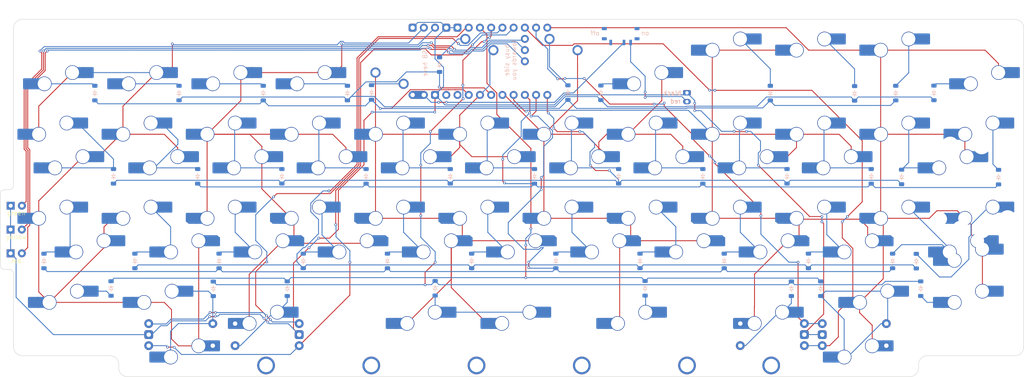
<source format=kicad_pcb>
(kicad_pcb (version 20221018) (generator pcbnew)
  (layers (0 "F.Cu" signal) (31 "B.Cu" signal) (34 "B.Paste" user) (35 "F.Paste" user) (36 "B.SilkS" user "B.Silkscreen") (37 "F.SilkS" user "F.Silkscreen") (38 "B.Mask" user) (39 "F.Mask" user) (44 "Edge.Cuts" user))
  (net 0 "")
  (net 1 "Net-(BT1-+)")
  (net 2 "gnd")
  (net 3 "led3")
  (net 4 "led1")
  (net 5 "led2")
  (net 6 "raw")
  (net 7 "row2")
  (net 10 "d13")
  (net 11 "d14")
  (net 12 "d15")
  (net 13 "d16")
  (net 14 "d17")
  (net 15 "d18")
  (net 16 "d19")
  (net 17 "d20")
  (net 18 "d21")
  (net 19 "d22")
  (net 20 "d23")
  (net 21 "d36")
  (net 22 "d37")
  (net 23 "d38")
  (net 24 "d39")
  (net 25 "d40")
  (net 26 "d41")
  (net 27 "d42")
  (net 28 "d43")
  (net 29 "d44")
  (net 30 "d45")
  (net 31 "d46")
  (net 32 "d70")
  (net 33 "d71")
  (net 34 "d72")
  (net 35 "d73")
  (net 36 "d75")
  (net 37 "row0")
  (net 38 "Net-(D1-A)")
  (net 39 "row1")
  (net 40 "Net-(D2-A)")
  (net 41 "Net-(D3-A)")
  (net 42 "Net-(D4-A)")
  (net 43 "Net-(D5-A)")
  (net 44 "Net-(D6-A)")
  (net 45 "Net-(D7-A)")
  (net 46 "Net-(D8-A)")
  (net 47 "Net-(D9-A)")
  (net 48 "Net-(D10-A)")
  (net 49 "Net-(D11-A)")
  (net 50 "Net-(D12-A)")
  (net 51 "row3")
  (net 52 "row4")
  (net 53 "Net-(D24-A)")
  (net 54 "row5")
  (net 55 "row6")
  (net 56 "Net-(D47-A)")
  (net 57 "row7")
  (net 58 "d74")
  (net 59 "Net-(D76-A)")
  (net 60 "d77")
  (net 61 "col0")
  (net 62 "col1")
  (net 63 "col2")
  (net 64 "col3")
  (net 65 "col4")
  (net 66 "col5")
  (net 67 "rotb2")
  (net 68 "rota2")
  (net 69 "rota1")
  (net 70 "rotb1")
  (footprint "PCM_marbastlib-various:ROT_Alps_EC11E-Switch" (layer "F.Cu") (at 215.5 96.44 -90)
    (fp_text reference "SW4" hide)
    (fp_text value "RotaryEncoder_Switch")
  )
  (footprint "PCM_marbastlib-various:ROT_Alps_EC11E-Switch" (layer "F.Cu") (at 82.15 96.44 90)
    (fp_text reference "SW5" hide)
    (fp_text value "RotaryEncoder_Switch")
  )
  (footprint "LED_THT:LED_D3.0mm" (layer "F.Cu") (at 24.355 78.02)
    (fp_text reference "D84" hide)
    (fp_text value "LED")
  )
  (footprint "PCM_marbastlib-mx:STAB_MX_P_7u" (layer "F.Cu") (at 139.3 96.4375 180)
    (fp_text reference "S81" hide)
    (fp_text value "MX_stab")
  )
  (footprint "PCM_marbastlib-mx:STAB_MX_P_2.25u" (layer "F.Cu") (at 165.49375 96.4375 180)
    (fp_text reference "S76" hide)
    (fp_text value "MX_stab")
  )
  (footprint "LED_THT:LED_D3.0mm" (layer "F.Cu") (at 24.345 72.63)
    (fp_text reference "D85" hide)
    (fp_text value "LED")
  )
  (footprint "LED_THT:LED_D3.0mm" (layer "F.Cu") (at 24.365 67.23)
    (fp_text reference "D86" hide)
    (fp_text value "LED")
  )
  (footprint "PCM_marbastlib-various:ROT_Alps_EC11E-Switch" (layer "F.Cu") (at 63.1 96.44 -90)
    (fp_text reference "SW3" hide)
    (fp_text value "RotaryEncoder_Switch")
  )
  (footprint "PCM_marbastlib-mx:STAB_MX_ISO" (layer "F.Cu") (at 241.69375 82.15)
    (fp_text reference "S69" hide)
    (fp_text value "MX_stab")
  )
  (footprint "PCM_marbastlib-mx:STAB_MX_P_2.75u" (layer "F.Cu") (at 117.86875 96.4375 180)
    (fp_text reference "S75" hide)
    (fp_text value "MX_stab")
  )
  (footprint "PCM_marbastlib-various:ROT_Alps_EC11E-Switch" (layer "F.Cu") (at 196.45 96.43 90)
    (fp_text reference "SW2" hide)
    (fp_text value "RotaryEncoder_Switch")
  )
  (footprint "Kicad footprints:SW_MX_HS_S_1u_invisible_designator" (layer "B.Cu") (at 63.1 72.625)
    (fp_text reference "MX49" hide)
    (fp_text value "MX_SW_HS")
  )
  (footprint "Kicad footprints:D_SOD-123 invisible designator" (layer "B.Cu") (at 230.28 86.0225 -90)
    (fp_text reference "D73" hide)
    (fp_text value "1N4448W")
  )
  (footprint "Kicad footprints:D_SOD-123 invisible designator" (layer "B.Cu") (at 121.41 35.2675 90)
    (fp_text reference "D6" hide)
    (fp_text value "1N4448W")
  )
  (footprint "Kicad footprints:D_SOD-123 invisible designator" (layer "B.Cu") (at 62.46 41.7075 90)
    (fp_text reference "D2" hide)
    (fp_text value "1N4448W")
  )
  (footprint "Kicad footprints:SW_MX_HS_S_1u_invisible_designator" (layer "B.Cu") (at 139.3 72.625)
    (fp_text reference "MX53" hide)
    (fp_text value "MX_SW_HS")
  )
  (footprint "Kicad footprints:D_SOD-123 invisible designator" (layer "B.Cu") (at 120.41 85.9225 -90)
    (fp_text reference "D75" hide)
    (fp_text value "1N4448W")
  )
  (footprint "Kicad footprints:SW_MX_HS_S_1u_invisible_designator" (layer "B.Cu") (at 244.075 53.575 180)
    (fp_text reference "MX24" hide)
    (fp_text value "MX_SW_HS")
  )
  (footprint "Kicad footprints:SW_MX_HS_S_1u_invisible_designator" (layer "B.Cu") (at 36.90625 53.575)
    (fp_text reference "MX25" hide)
    (fp_text value "MX_SW_HS")
  )
  (footprint "Kicad footprints:SW_MX_HS_S_1u_invisible_designator" (layer "B.Cu") (at 205.975 72.625 180)
    (fp_text reference "MX45" hide)
    (fp_text value "MX_SW_HS")
  )
  (footprint "Kicad footprints:SW_MX_HS_S_1u_invisible_designator" (layer "B.Cu") (at 205.975 34.525 180)
    (fp_text reference "MX10" hide)
    (fp_text value "MX_SW_HS")
  )
  (footprint "Kicad footprints:SW_MX_HS_S_1u_invisible_designator" (layer "B.Cu") (at 186.925 72.625 180)
    (fp_text reference "MX44" hide)
    (fp_text value "MX_SW_HS")
  )
  (footprint "Kicad footprints:D_SOD-123 invisible designator" (layer "B.Cu") (at 90.57 79.7375 90)
    (fp_text reference "D39" hide)
    (fp_text value "1N4448W")
  )
  (footprint "Kicad footprints:SW_MX_HS_S_1u_invisible_designator" (layer "B.Cu") (at 241.69375 82.15 180)
    (fp_text reference "MX69" hide)
    (fp_text value "MX_SW_HS")
  )
  (footprint "Kicad footprints:D_SOD-123 invisible designator" (layer "B.Cu") (at 161.93 60.57 90)
    (fp_text reference "D19" hide)
    (fp_text value "1N4448W")
  )
  (footprint "Kicad footprints:SW_MX_HS_S_1u_invisible_designator" (layer "B.Cu") (at 225.025 53.575 180)
    (fp_text reference "MX23" hide)
    (fp_text value "MX_SW_HS")
  )
  (footprint "Kicad footprints:SW_MX_HS_S_1u_invisible_designator" (layer "B.Cu") (at 172.6375 53.575)
    (fp_text reference "MX32" hide)
    (fp_text value "MX_SW_HS")
  )
  (footprint "Kicad footprints:SW_MX_HS_S_1u_invisible_designator" (layer "B.Cu") (at 215.5 96.4375)
    (fp_text reference "MX82" hide)
    (fp_text value "MX_SW_HS")
  )
  (footprint "Kicad footprints:D_SOD-123 invisible designator" (layer "B.Cu") (at 233.27 41.67 90)
    (fp_text reference "D12" hide)
    (fp_text value "1N4448W")
  )
  (footprint "Kicad footprints:SW_MX_HS_S_1u_invisible_designator" (layer "B.Cu") (at 63.1 96.4375)
    (fp_text reference "MX80" hide)
    (fp_text value "MX_SW_HS")
  )
  (footprint "Kicad footprints:SW_MX_HS_S_1u_invisible_designator" (layer "B.Cu") (at 153.5875 53.575)
    (fp_text reference "MX31" hide)
    (fp_text value "MX_SW_HS")
  )
  (footprint "Kicad footprints:D_SOD-123 invisible designator" (layer "B.Cu") (at 106.01 41.56 90)
    (fp_text reference "D5" hide)
    (fp_text value "1N4448W")
  )
  (footprint "Kicad footprints:D_SOD-123 invisible designator" (layer "B.Cu") (at 180.98 60.57 90)
    (fp_text reference "D20" hide)
    (fp_text value "1N4448W")
  )
  (footprint "Kicad footprints:SW_MX_HS_S_1u_invisible_designator" (layer "B.Cu") (at 53.575 34.525)
    (fp_text reference "MX2" hide)
    (fp_text value "MX_SW_HS")
  )
  (footprint "Kicad footprints:D_SOD-123 invisible designator" (layer "B.Cu") (at 81.51 41.7075 90)
    (fp_text reference "D3" hide)
    (fp_text value "1N4448W")
  )
  (footprint "Kicad footprints:SW_MX_HS_S_1u_invisible_designator" (layer "B.Cu") (at 167.875 53.575 180)
    (fp_text reference "MX20" hide)
    (fp_text value "MX_SW_HS")
  )
  (footprint "Kicad footprints:D_SOD-123 invisible designator" (layer "B.Cu") (at 150.45 41.6 90)
    (fp_text reference "D7" hide)
    (fp_text value "1N4448W")
  )
  (footprint "Kicad footprints:SW_MX_HS_S_1u_invisible_designator" (layer "B.Cu") (at 196.45 72.625)
    (fp_text reference "MX56" hide)
    (fp_text value "MX_SW_HS")
  )
  (footprint "Kicad footprints:D_SOD-123 invisible designator" (layer "B.Cu") (at 104.78 60.57 90)
    (fp_text reference "D16" hide)
    (fp_text value "1N4448W")
  )
  (footprint "Kicad footprints:D_SOD-123 invisible designator" (layer "B.Cu") (at 52.47 79.7375 90)
    (fp_text reference "D37" hide)
    (fp_text value "1N4448W")
  )
  (footprint "Kicad footprints:SW_MX_HS_S_1u_invisible_designator" (layer "B.Cu") (at 129.775 72.625 180)
    (fp_text reference "MX41" hide)
    (fp_text value "MX_SW_HS")
  )
  (footprint "PCM_marbastlib-xp-promicroish:nice_nano_AH_USBup" (layer "B.Cu") (at 131.82 34.51 -90)
    (fp_text reference "U1" hide)
    (fp_text value "nice_nano")
  )
  (footprint "Kicad footprints:D_SOD-123 invisible designator" (layer "B.Cu") (at 47.63 60.57 90)
    (fp_text reference "D13" hide)
    (fp_text value "1N4448W")
  )
  (footprint "Kicad footprints:SW_MX_HS_S_1u_invisible_designator" (layer "B.Cu") (at 77.3875 53.575)
    (fp_text reference "MX27" hide)
    (fp_text value "MX_SW_HS")
  )
  (footprint "Kicad footprints:SW_MX_HS_S_1u_invisible_designator" (layer "B.Cu") (at 158.35 72.625)
    (fp_text reference "MX54" hide)
    (fp_text value "MX_SW_HS")
  )
  (footprint "Kicad footprints:D_SOD-123 invisible designator" (layer "B.Cu") (at 224.63 41.7075 90)
    (fp_text reference "D11" hide)
    (fp_text value "1N4448W")
  )
  (footprint "Kicad footprints:SW_MX_HS_S_1u_invisible_designator" (layer "B.Cu") (at 53.575 72.625 180)
    (fp_text reference "MX37" hide)
    (fp_text value "MX_SW_HS")
  )
  (footprint "PCM_marbastlib-mx:SW_MX_1u" (layer "B.Cu") (at 110.725 34.525)
    (fp_text reference "MX5" hide)
    (fp_text value "MX_SW_HS")
  )
  (footprint "Kicad footprints:SW_MX_HS_S_1u_invisible_designator" (layer "B.Cu") (at 241.69375 91.675 180)
    (fp_text reference "MX73" hide)
    (fp_text value "MX_SW_HS")
  )
  (footprint "Kicad footprints:D_SOD-123 invisible designator" (layer "B.Cu") (at 215.32 41.7775 90)
    (fp_text reference "D10" hide)
    (fp_text value "1N4448W")
  )
  (footprint "Kicad footprints:SW_MX_HS_S_1u_invisible_designator" (layer "B.Cu") (at 72.625 53.575 180)
    (fp_text reference "MX15" hide)
    (fp_text value "MX_SW_HS")
  )
  (footprint "Kicad footprints:SW_MX_HS_S_1u_invisible_designator" (layer "B.Cu") (at 186.925 53.575 180)
    (fp_text reference "MX21" hide)
    (fp_text value "MX_SW_HS")
  )
  (footprint "Kicad footprints:D_SOD-123 invisible designator" (layer "B.Cu") (at 31.9 79.7475 90)
    (fp_text reference "D36" hide)
    (fp_text value "1N4448W")
  )
  (footprint "Kicad footprints:SW_MX_HS_S_1u_invisible_designator" (layer "B.Cu") (at 110.725 72.625 180)
    (fp_text reference "MX40" hide)
    (fp_text value "MX_SW_HS")
  )
  (footprint "Kicad footprints:D_SOD-123 invisible designator" (layer "B.Cu") (at 109.62 79.7375 90)
    (fp_text reference "D40" hide)
    (fp_text value "1N4448W")
  )
  (footprint "Kicad footprints:SW_MX_HS_S_1u_invisible_designator" (layer "B.Cu") (at 91.675 53.575 180)
    (fp_text reference "MX16" hide)
    (fp_text value "MX_SW_HS")
  )
  (footprint "Kicad footprints:SW_MX_HS_S_1u_invisible_designator" (layer "B.Cu") (at 41.66875 72.625)
    (fp_text reference "MX48" hide)
    (fp_text value "MX_SW_HS")
  )
  (footprint "Kicad footprints:D_SOD-123 invisible designator" (layer "B.Cu") (at 86.95 86.03 -90)
    (fp_text reference "D74" hide)
    (fp_text value "1N4448W")
  )
  (footprint "Kicad footprints:D_SOD-123 invisible designator" (layer "B.Cu") (at 66.68 60.57 90)
    (fp_text reference "D14" hide)
    (fp_text value "1N4448W")
  )
  (footprint "Kicad footprints:SW_MX_HS_S_1u_invisible_designator" (layer "B.Cu") (at 72.625 72.625 180)
    (fp_text reference "MX38" hide)
    (fp_text value "MX_SW_HS")
  )
  (footprint "Kicad footprints:SW_MX_HS_S_1u_invisible_designator" (layer "B.Cu") (at 34.525 34.525)
    (fp_text reference "MX1" hide)
    (fp_text value "MX_SW_HS")
  )
  (footprint "Kicad footprints:SW_MX_HS_S_1u_invisible_designator" (layer "B.Cu") (at 167.875 34.525)
    (fp_text reference "MX8" hide)
    (fp_text value "MX_SW_HS")
  )
  (footprint "Kicad footprints:D_SOD-123 invisible designator" (layer "B.Cu") (at 157.91 41.6475 90)
    (fp_text reference "D8" hide)
    (fp_text value "1N4448W")
  )
  (footprint "Kicad footprints:SW_MX_HS_S_1u_invisible_designator" (layer "B.Cu") (at 191.6875 53.575)
    (fp_text reference "MX33" hide)
    (fp_text value "MX_SW_HS")
  )
  (footprint "Kicad footprints:SW_MX_HS_S_1u_invisible_designator" (layer "B.Cu") (at 225.025 34.525 180)
    (fp_text reference "MX11" hide)
    (fp_text value "MX_SW_HS")
  )
  (footprint "Kicad footprints:D_SOD-123 invisible designator" (layer "B.Cu") (at 207.66 86.03 -90)
    (fp_text reference "D72" hide)
    (fp_text value "1N4448W")
  )
  (footprint "Kicad footprints:D_SOD-123 invisible designator" (layer "B.Cu") (at 142.88 60.57 90)
    (fp_text reference "D18" hide)
    (fp_text value "1N4448W")
  )
  (footprint "Kicad footprints:SW_MX_HS_S_1u_invisible_designator" (layer "B.Cu") (at 72.625 34.525)
    (fp_text reference "MX3" hide)
    (fp_text value "MX_SW_HS")
  )
  (footprint "Kicad footprints:D_SOD-123 invisible designator" (layer "B.Cu") (at 185.82 79.7375 90)
    (fp_text reference "D44" hide)
    (fp_text value "1N4448W")
  )
  (footprint "Kicad footprints:SW_MX_HS_S_1u_invisible_designator" (layer "B.Cu") (at 236.93125 53.575)
    (fp_text reference "MX35" hide)
    (fp_text value "MX_SW_HS")
  )
  (footprint "Kicad footprints:D_SOD-123 invisible designator" (layer "B.Cu") (at 123.83 60.57 90)
    (fp_text reference "D17" hide)
    (fp_text value "1N4448W")
  )
  (footprint "Kicad footprints:D_SOD-123 invisible designator" (layer "B.Cu") (at 225.95 60.7075 90)
    (fp_text reference "D23" hide)
    (fp_text value "1N4448W")
  )
  (footprint "Kicad footprints:SW_MX_HS_S_1u_invisible_designator" (layer "B.Cu") (at 91.675 72.625 180)
    (fp_text reference "MX39" hide)
    (fp_text value "MX_SW_HS")
  )
  (footprint "Kicad footprints:D_SOD-123 invisible designator" (layer "B.Cu") (at 47.08 85.9925 -90)
    (fp_text reference "D70" hide)
    (fp_text value "1N4448W")
  )
  (footprint "Kicad footprints:D_SOD-123 invisible designator" (layer "B.Cu") (at 196.25 41.7075 90)
    (fp_text reference "D9" hide)
    (fp_text value "1N4448W")
  )
  (footprint "Kicad footprints:SW_MX_HS_S_1u_invisible_designator" (layer "B.Cu") (at 186.925 34.525 180)
    (fp_text reference "MX9" hide)
    (fp_text value "MX_SW_HS")
  )
  (footprint "Kicad footprints:SW_MX_HS_S_1u_invisible_designator" (layer "B.Cu") (at 96.4375 53.575)
    (fp_text reference "MX28" hide)
    (fp_text value "MX_SW_HS")
  )
  (footprint "Kicad footprints:SW_MX_HS_S_1u_invisible_designator" (layer "B.Cu") (at 115.4875 53.575)
    (fp_text reference "MX29" hide)
    (fp_text value "MX_SW_HS")
  )
  (footprint "Kicad footprints:SW_MX_HS_S_1u_invisible_designator" (layer "B.Cu") (at 34.525 72.625 180)
    (fp_text reference "MX36" hide)
    (fp_text value "MX_SW_HS")
  )
  (footprint "Kicad footprints:SW_MX_HS_S_1u_invisible_designator" (layer "B.Cu") (at 34.525 53.575 180)
    (fp_text reference "MX13" hide)
    (fp_text value "MX_SW_HS")
  )
  (footprint "Kicad footprints:SW_MX_HS_S_1u_invisible_designator" (layer "B.Cu") (at 148.825 72.625 180)
    (fp_text reference "MX42" hide)
    (fp_text value "MX_SW_HS")
  )
  (footprint "Kicad footprints:SW_MX_HS_S_1u_invisible_designator" (layer "B.Cu") (at 196.45 96.4375 180)
    (fp_text reference "MX77" hide)
    (fp_text value "MX_SW_HS")
  )
  (footprint "Kicad footprints:SW_MX_HS_S_1u_invisible_designator" (layer "B.Cu") (at 205.975 53.575 180)
    (fp_text reference "MX22" hide)
    (fp_text value "MX_SW_HS")
  )
  (footprint "Kicad footprints:SW_MX_HS_S_1u_invisible_designator" (layer "B.Cu") (at 110.725 53.575 180)
    (fp_text reference "MX17" hide)
    (fp_text value "MX_SW_HS")
  )
  (footprint "Kicad footprints:D_SOD-123 invisible designator" (layer "B.Cu") (at 147.72 79.7375 90)
    (fp_text reference "D42" hide)
    (fp_text value "1N4448W")
  )
  (footprint "Kicad footprints:SW_MX_HS_S_1u_invisible_designator" (layer "B.Cu") (at 58.3375 91.675 180)
    (fp_text reference "MX71" hide)
    (fp_text value "MX_SW_HS")
  )
  (footprint "Kicad footprints:SW_MX_HS_S_1u_invisible_designator" (layer "B.Cu") (at 129.775 53.575 180)
    (fp_text reference "MX18" hide)
    (fp_text value "MX_SW_HS")
  )
  (footprint "Kicad footprints:D_SOD-123 invisible designator" (layer "B.Cu") (at 229.28 79.7875 90)
    (fp_text reference "D47" hide)
    (fp_text value "1N4448W")
  )
  (footprint "Kicad footprints:SW_MX_HS_S_1u_invisible_designator" (layer "B.Cu") (at 91.675 34.525)
    (fp_text reference "MX4" hide)
    (fp_text value "MX_SW_HS")
  )
  (footprint "Kicad footprints:SW_MX_HS_S_1u_invisible_designator" (layer "B.Cu") (at 101.2 72.625)
    (fp_text reference "MX51" hide)
    (fp_text value "MX_SW_HS")
  )
  (footprint "Kicad footprints:SW_MX_HS_S_1u_invisible_designator" (layer "B.Cu") (at 134.5375 53.575)
    (fp_text reference "MX30" hide)
    (fp_text value "MX_SW_HS")
  )
  (footprint "Kicad footprints:SW_MX_HS_S_1u_invisible_designator" (layer "B.Cu") (at 225.025 72.625 180)
    (fp_text reference "MX46" hide)
    (fp_text value "MX_SW_HS")
  )
  (footprint "Kicad footprints:SW_MX_HS_S_1u_invisible_designator" (layer "B.Cu") (at 244.075 34.525)
    (fp_text reference "MX12" hide)
    (fp_text value "MX_SW_HS")
  )
  (footprint "PCM_marbastlib-various:SW_MSK12C02-HB" (layer "B.Cu") (at 162.39 28.25 180)
    (fp_text reference "SW1" hide)
    (fp_text value "SW_DIP_x01")
  )
  (footprint "PCM_marbastlib-mx:SW_MX_1u" (layer "B.Cu") (at 148.825 34.525 180)
    (fp_text reference "MX7" hide)
    (fp_text value "MX_SW_HS")
  )
  (footprint "Kicad footprints:D_SOD-123 invisible designator" (layer "B.Cu") (at 100.56 41.7075 90)
    (fp_text reference "D4" hide)
    (fp_text value "1N4448W")
  )
  (footprint "Kicad footprints:D_SOD-123 invisible designator" (layer "B.Cu") (at 204.87 79.7375 90)
    (fp_text reference "D45" hide)
    (fp_text value "1N4448W")
  )
  (footprint "Kicad footprints:SW_MX_HS_S_1u_invisible_designator" (layer "B.Cu") (at 117.86875 96.4375 180)
    (fp_text reference "MX75" hide)
    (fp_text value "MX_SW_HS")
  )
  (footprint "Kicad footprints:SW_MX_HS_S_1u_invisible_designator" (layer "B.Cu") (at 165.49375 96.4375 180)
    (fp_text reference "MX76" hide)
    (fp_text value "MX_SW_HS")
  )
  (footprint "Kicad footprints:SW_MX_HS_S_1u_invisible_designator" (layer "B.Cu") (at 53.575 53.575 180)
    (fp_text reference "MX14" hide)
    (fp_text value "MX_SW_HS")
  )
  (footprint "Kicad footprints:SW_MX_HS_S_1u_invisible_designator" (layer "B.Cu") (at 215.5 72.625)
    (fp_text reference "MX57" hide)
    (fp_text value "MX_SW_HS")
  )
  (footprint "Kicad footprints:SW_MX_HS_S_1u_invisible_designator" (layer "B.Cu") (at 82.15 72.625)
    (fp_text reference "MX50" hide)
    (fp_text value "MX_SW_HS")
  )
  (footprint "Kicad footprints:SW_MX_HS_S_1u_invisible_designator" (layer "B.Cu") (at 167.875 72.625 180)
    (fp_text reference "MX43" hide)
    (fp_text value "MX_SW_HS")
  )
  (footprint "Kicad footprints:SW_MX_HS_S_1u_invisible_designator" (layer "B.Cu") (at 177.4 72.625)
    (fp_text reference "MX55" hide)
    (fp_text value "MX_SW_HS")
  )
  (footprint "Kicad footprints:SW_MX_HS_S_1u_invisible_designator" (layer "B.Cu") (at 210.7375 53.575)
    (fp_text reference "MX34" hide)
    (fp_text value "MX_SW_HS")
  )
  (footprint "Connector_JST:JST_PH_S2B-PH-K_1x02_P2.00mm_Horizontal" (layer "B.Cu") (at 177.38 41.64 -90)
    (fp_text reference "BT1" hide)
    (fp_text value "Battery_Cell")
  )
  (footprint "Kicad footprints:D_SOD-123 invisible designator" (layer "B.Cu") (at 247.89 60.7475 90)
    (fp_text reference "D24" hide)
    (fp_text value "1N4448W")
  )
  (footprint "Kicad footprints:D_SOD-123 invisible designator" (layer "B.Cu") (at 201.01 86.03 -90)
    (fp_text reference "D77" hide)
    (fp_text value "1N4448W")
  )
  (footprint "Kicad footprints:D_SOD-123 invisible designator" (layer "B.Cu") (at 166.77 79.7375 90)
    (fp_text reference "D43" hide)
    (fp_text value "1N4448W")
  )
  (footprint "Kicad footprints:D_SOD-123 invisible designator" (layer "B.Cu") (at 70.21 86.06 -90)
    (fp_text reference "D71" hide)
    (fp_text value "1N4448W")
  )
  (footprint "PCM_marbastlib-mx:SW_MX_1u" (layer "B.Cu") (at 129.775 34.525 180)
    (fp_text reference "MX6" hide)
    (fp_text value "MX_SW_HS")
  )
  (footprint "Kicad footprints:SW_MX_HS_S_1u_invisible_designator" (layer "B.Cu") (at 239.3125 72.625)
    (fp_text reference "MX58" hide)
    (fp_text value "MX_SW_HS")
  )
  (footprint "Kicad footprints:SW_MX_HS_S_1u_invisible_designator" (layer "B.Cu") (at 139.3 96.4375 180)
    (fp_text reference "MX81" hide)
    (fp_text value "MX_SW_HS")
  )
  (footprint "Kicad footprints:D_SOD-123 invisible designator" (layer "B.Cu") (at 219.08 60.57 90)
    (fp_text reference "D22" hide)
    (fp_text value "1N4448W")
  )
  (footprint "Kicad footprints:SW_MX_HS_S_1u_invisible_designator" (layer "B.Cu") (at 148.825 53.575 180)
    (fp_text reference "MX19" hide)
    (fp_text value "MX_SW_HS")
  )
  (footprint "Kicad footprints:D_SOD-123 invisible designator" (layer "B.Cu") (at 85.73 60.57 90)
    (fp_text reference "D15" hide)
    (fp_text value "1N4448W")
  )
  (footprint "Kicad footprints:D_SOD-123 invisible designator" (layer "B.Cu") (at 43.41 41.7075 90)
    (fp_text reference "D1" hide)
    (fp_text value "1N4448W")
  )
  (footprint "Kicad footprints:SW_MX_HS_S_1u_invisible_designator" (layer "B.Cu") (at 220.2625 91.675 180)
    (fp_text reference "MX72" hide)
    (fp_text value "MX_SW_HS")
  )
  (footprint "Kicad footprints:SW_MX_HS_S_1u_invisible_designator" (layer "B.Cu") (at 58.3375 53.575)
    (fp_text reference "MX26" hide)
    (fp_text value "MX_SW_HS")
  )
  (footprint "Kicad footprints:SW_MX_HS_S_1u_invisible_designator" (layer "B.Cu") (at 82.15 96.4375 180)
    (fp_text reference "MX74" hide)
    (fp_text value "MX_SW_HS")
  )
  (footprint "Kicad footprints:SW_MX_HS_S_1u_invisible_designator" (layer "B.Cu") (at 244.075 72.625 180)
    (fp_text reference "MX47" hide)
    (fp_text value "MX_SW_HS")
  )
  (footprint "Kicad footprints:D_SOD-123 invisible designator" (layer "B.Cu") (at 167.91 85.94 -90)
    (fp_text reference "D76" hide)
    (fp_text value "1N4448W")
  )
  (footprint "Kicad footprints:D_SOD-123 invisible designator" (layer "B.Cu") (at 71.52 79.7375 90)
    (fp_text reference "D38" hide)
    (fp_text value "1N4448W")
  )
  (footprint "Kicad footprints:SW_MX_HS_S_1u_invisible_designator" (layer "B.Cu") (at 120.25 72.625)
    (fp_text reference "MX52" hide)
    (fp_text value "MX_SW_HS")
  )
  (footprint "Kicad footprints:D_SOD-123 invisible designator" (layer "B.Cu") (at 128.67 79.7375 90)
    (fp_text reference "D41" hide)
    (fp_text value "1N4448W")
  )
  (footprint "Kicad footprints:SW_MX_HS_S_1u_invisible_designator" (layer "B.Cu") (at 36.90625 91.675 180)
    (fp_text reference "MX70" hide)
    (fp_text value "MX_SW_HS")
  )
  (footprint "Kicad footprints:D_SOD-123 invisible designator" (layer "B.Cu") (at 200.03 60.57 90)
    (fp_text reference "D21" hide)
    (fp_text value "1N4448W")
  )
  (footprint "Kicad footprints:D_SOD-123 invisible designator" (layer "B.Cu") (at 223.92 79.7375 90)
    (fp_text reference "D46" hide)
    (fp_text value "1N4448W")
  )
  (gr_line (start 27 25) (end 251.6 25) (stroke (width 0.1)) (layer "Edge.Cuts"))
  (gr_line (start 22 64.6) (end 22 65.6) (stroke (width 0.1)) (layer "Edge.Cuts"))
  (gr_line (start 24 63.6) (end 23 63.6) (stroke (width 0.1)) (layer "Edge.Cuts"))
  (gr_line (start 251.6 101.2) (end 231.7875 101.2) (stroke (width 0.1)) (layer "Edge.Cuts"))
  (gr_arc (start 22 64.6) (mid 22.292893 63.892893) (end 23 63.6) (stroke (width 0.1)) (layer "Edge.Cuts"))
  (gr_line (start 25 99.2) (end 25 82.65) (stroke (width 0.1)) (layer "Edge.Cuts"))
  (gr_line (start 24 81.65) (end 23 81.65) (stroke (width 0.1)) (layer "Edge.Cuts"))
  (gr_arc (start 27 101.2) (mid 25.585786 100.614214) (end 25 99.2) (stroke (width 0.1)) (layer "Edge.Cuts"))
  (gr_line (start 48.8125 103.9625) (end 48.8125 103.2) (stroke (width 0.1)) (layer "Edge.Cuts"))
  (gr_arc (start 25 62.6) (mid 24.707107 63.307107) (end 24 63.6) (stroke (width 0.1)) (layer "Edge.Cuts"))
  (gr_arc (start 251.6 25) (mid 253.014214 25.585786) (end 253.6 27) (stroke (width 0.1)) (layer "Edge.Cuts"))
  (gr_line (start 22 65.6) (end 22 79.65) (stroke (width 0.1)) (layer "Edge.Cuts"))
  (gr_arc (start 229.7875 103.9625) (mid 229.201714 105.376714) (end 227.7875 105.9625) (stroke (width 0.1)) (layer "Edge.Cuts"))
  (gr_arc (start 25 27) (mid 25.585786 25.585786) (end 27 25) (stroke (width 0.1)) (layer "Edge.Cuts"))
  (gr_line (start 227.7875 105.9625) (end 50.8125 105.9625) (stroke (width 0.1)) (layer "Edge.Cuts"))
  (gr_arc (start 46.8125 101.2) (mid 48.226714 101.785786) (end 48.8125 103.2) (stroke (width 0.1)) (layer "Edge.Cuts"))
  (gr_line (start 46.8125 101.2) (end 27 101.2) (stroke (width 0.1)) (layer "Edge.Cuts"))
  (gr_line (start 253.6 27) (end 253.6 99.2) (stroke (width 0.1)) (layer "Edge.Cuts"))
  (gr_arc (start 50.8125 105.9625) (mid 49.398286 105.376714) (end 48.8125 103.9625) (stroke (width 0.1)) (layer "Edge.Cuts"))
  (gr_line (start 25 27) (end 25 62.6) (stroke (width 0.1)) (layer "Edge.Cuts"))
  (gr_arc (start 253.6 99.2) (mid 253.014214 100.614214) (end 251.6 101.2) (stroke (width 0.1)) (layer "Edge.Cuts"))
  (gr_arc (start 229.7875 103.2) (mid 230.373286 101.785786) (end 231.7875 101.2) (stroke (width 0.1)) (layer "Edge.Cuts"))
  (gr_arc (start 24 81.65) (mid 24.707107 81.942893) (end 25 82.65) (stroke (width 0.1)) (layer "Edge.Cuts"))
  (gr_arc (start 23 81.65) (mid 22.292893 81.357107) (end 22 80.65) (stroke (width 0.1)) (layer "Edge.Cuts"))
  (gr_line (start 22 80.65) (end 22 79.65) (stroke (width 0.1)) (layer "Edge.Cuts"))
  (gr_line (start 229.7875 103.2) (end 229.7875 103.9625) (stroke (width 0.1)) (layer "Edge.Cuts"))
  (gr_text "busy side\ntowards you" (at 138.84 34.26 90) (layer "B.SilkS") (effects (font (size 1 1) (thickness 0.1)) (justify bottom mirror)))
  (gr_text "on" (at 168.89 28.69) (layer "B.SilkS") (effects (font (size 1 1) (thickness 0.1)) (justify left bottom mirror)))
  (gr_text "red" (at 176.09 44.15) (layer "B.SilkS") (effects (font (size 1 1)) (justify left bottom mirror)))
  (gr_text "black" (at 176.18 42.27) (layer "B.SilkS") (effects (font (size 1 1)) (justify left bottom mirror)))
  (gr_text "USB here" (at 118.71 30.85 90) (layer "B.SilkS") (effects (font (size 1 1) (thickness 0.1)) (justify left bottom mirror)))
  (gr_text "off" (at 157.67 28.73) (layer "B.SilkS") (effects (font (size 1 1) (thickness 0.1)) (justify left bottom mirror)))
  (gr_text "red" (at 24.4 80.29) (layer "F.SilkS") (effects (font (size 1 1) (thickness 0.1)) (justify left bottom)))
  (gr_text "green" (at 23.53 69.48) (layer "F.SilkS") (effects (font (size 1 1) (thickness 0.1)) (justify left bottom)))
  (gr_text "yellow" (at 23.33 74.89) (layer "F.SilkS") (effects (font (size 1 1) (thickness 0.1)) (justify left bottom)))
  (segment (start 167.93 42.7) (end 167.93 41.5) (width 0.2) (layer "F.Cu") (net 1))
  (via (at 167.93 42.7) (size 0.6) (drill 0.3) (layers "F.Cu" "B.Cu") (net 1))
  (via (at 167.93 41.5) (size 0.6) (drill 0.3) (layers "F.Cu" "B.Cu") (net 1))
  (segment (start 176.24 42.5) (end 168.13 42.5) (width 0.2) (layer "B.Cu") (net 1))
  (segment (start 177.38 43.64) (end 176.24 42.5) (width 0.2) (layer "B.Cu") (net 1))
  (segment (start 168.13 42.5) (end 167.93 42.7) (width 0.2) (layer "B.Cu") (net 1))
  (segment (start 167.93 37.894775) (end 164.64 34.604775) (width 0.2) (layer "B.Cu") (net 1))
  (segment (start 167.93 41.5) (end 167.93 37.894775) (width 0.2) (layer "B.Cu") (net 1))
  (segment (start 164.64 34.604775) (end 164.64 30.25) (width 0.2) (layer "B.Cu") (net 1))
  (segment (start 91.8675 76.7375) (end 88.35 80.255) (width 0.2) (layer "F.Cu") (net 2))
  (segment (start 193.53 58.055) (end 205.1561 69.6811) (width 0.2) (layer "F.Cu") (net 2))
  (segment (start 104.3 47.88) (end 104.3 57.978121) (width 0.2) (layer "F.Cu") (net 2))
  (segment (start 120.31 46.02) (end 120.39 45.94) (width 0.2) (layer "F.Cu") (net 2))
  (segment (start 203.95 96.151522) (end 203.95 96.43) (width 0.2) (layer "F.Cu") (net 2))
  (segment (start 88.35 80.255) (end 88.35 95.14) (width 0.2) (layer "F.Cu") (net 2))
  (segment (start 120.39 45.94) (end 120.39 42.13) (width 0.2) (layer "F.Cu") (net 2))
  (segment (start 70.575738 92.364265) (end 70.7 92.240003) (width 0.2) (layer "F.Cu") (net 2))
  (segment (start 88.35 95.14) (end 89.65 96.44) (width 0.2) (layer "F.Cu") (net 2))
  (segment (start 188.07 50.37) (end 188.145 50.445) (width 0.2) (layer "F.Cu") (net 2))
  (segment (start 190.815 50.445) (end 190.86 50.4) (width 0.2) (layer "F.Cu") (net 2))
  (segment (start 208.3189 71.285) (end 208.3189 91.782622) (width 0.2) (layer "F.Cu") (net 2))
  (segment (start 179.14 44.05) (end 179.14 45.68) (width 0.2) (layer "F.Cu") (net 2))
  (segment (start 208.3189 91.782622) (end 203.95 96.151522) (width 0.2) (layer "F.Cu") (net 2))
  (segment (start 205.1561 69.6811) (end 207.915 69.6811) (width 0.2) (layer "F.Cu") (net 2))
  (segment (start 104.3 57.978121) (end 98.51 63.768121) (width 0.2) (layer "F.Cu") (net 2))
  (segment (start 188.145 50.445) (end 190.815 50.445) (width 0.2) (layer "F.Cu") (net 2))
  (segment (start 81.686411 92.737785) (end 81.686411 92.745658) (width 0.2) (layer "F.Cu") (net 2))
  (segment (start 106.16 46.02) (end 104.3 47.88) (width 0.2) (layer "F.Cu") (net 2))
  (segment (start 207.915 70.8811) (end 208.3189 71.285) (width 0.2) (layer "F.Cu") (net 2))
  (segment (start 69.394265 92.364265) (end 70.575738 92.364265) (width 0.2) (layer "F.Cu") (net 2))
  (segment (start 98.51 63.768121) (end 98.51 72.602412) (width 0.2) (layer "F.Cu") (net 2))
  (segment (start 98.51 72.602412) (end 96.547412 74.565) (width 0.2) (layer "F.Cu") (net 2))
  (segment (start 96.547412 74.565) (end 94.06 74.565) (width 0.2) (layer "F.Cu") (net 2))
  (segment (start 81.686411 92.745658) (end 82.530707 93.589954) (width 0.2) (layer "F.Cu") (net 2))
  (via (at 91.8675 76.7375) (size 0.6) (drill 0.3) (layers "F.Cu" "B.Cu") (net 2))
  (via (at 69.394265 92.364265) (size 0.6) (drill 0.3) (layers "F.Cu" "B.Cu") (net 2))
  (via (at 120.31 46.02) (size 0.6) (drill 0.3) (layers "F.Cu" "B.Cu") (net 2))
  (via (at 190.86 50.4) (size 0.6) (drill 0.3) (layers "F.Cu" "B.Cu") (net 2))
  (via (at 207.915 70.8811) (size 0.6) (drill 0.3) (layers "F.Cu" "B.Cu") (net 2))
  (via (at 70.7 92.240003) (size 0.6) (drill 0.3) (layers "F.Cu" "B.Cu") (net 2))
  (via (at 207.915 69.6811) (size 0.6) (drill 0.3) (layers "F.Cu" "B.Cu") (net 2))
  (via (at 179.14 45.68) (size 0.6) (drill 0.3) (layers "F.Cu" "B.Cu") (net 2))
  (via (at 81.686411 92.737785) (size 0.6) (drill 0.3) (layers "F.Cu" "B.Cu") (net 2))
  (via (at 94.06 74.565) (size 0.6) (drill 0.3) (layers "F.Cu" "B.Cu") (net 2))
  (via (at 106.16 46.02) (size 0.6) (drill 0.3) (layers "F.Cu" "B.Cu") (net 2))
  (via (at 179.14 44.05) (size 0.6) (drill 0.3) (layers "F.Cu" "B.Cu") (net 2))
  (via (at 82.530707 93.589954) (size 0.6) (drill 0.3) (layers "F.Cu" "B.Cu") (net 2))
  (via (at 193.53 58.055) (size 0.6) (drill 0.3) (layers "F.Cu" "B.Cu") (net 2))
  (via (at 188.07 50.37) (size 0.6) (drill 0.3) (layers "F.Cu" "B.Cu") (net 2))
  (segment (start 69.394265 92.364265) (end 68.44853 93.31) (width 0.2) (layer "B.Cu") (net 2))
  (segment (start 25.6 79.265) (end 24.355 78.02) (width 0.2) (layer "B.Cu") (net 2))
  (segment (start 82.900753 93.96) (end 87.17 93.96) (width 0.2) (layer "B.Cu") (net 2))
  (segment (start 55.6 96.44) (end 34.041506 96.44) (width 0.2) (layer "B.Cu") (net 2))
  (segment (start 191.827275 50.4) (end 194.0314 52.604125) (width 0.2) (layer "B.Cu") (net 2))
  (segment (start 71.28 92.22) (end 71.66 91.84) (width 0.2) (layer "B.Cu") (net 2))
  (segment (start 185.207717 50.37) (end 188.07 50.37) (width 0.2) (layer "B.Cu") (net 2))
  (segment (start 122.31 40.21) (end 122.31 35.866196) (width 0.2) (layer "B.Cu") (net 2))
  (segment (start 194.0314 52.604125) (end 194.0314 54.7786) (width 0.2) (layer "B.Cu") (net 2))
  (segment (start 120.39 42.13) (end 122.31 40.21) (width 0.2) (layer "B.Cu") (net 2))
  (segment (start 71.66 91.84) (end 80.788626 91.84) (width 0.2) (layer "B.Cu") (net 2))
  (segment (start 116.51 25.69) (end 115.31 26.89) (width 0.2) (layer "B.Cu") (net 2))
  (segment (start 24.345 72.63) (end 24.345 67.25) (width 0.2) (layer "B.Cu") (net 2))
  (segment (start 149.685618 42.1) (end 147.385618 44.4) (width 0.2) (layer "B.Cu") (net 2))
  (segment (start 122.93 26.89) (end 121.73 25.69) (width 0.2) (layer "B.Cu") (net 2))
  (segment (start 80.788626 91.84) (end 81.686411 92.737785) (width 0.2) (layer "B.Cu") (net 2))
  (segment (start 82.530707 93.589954) (end 82.900753 93.96) (width 0.2) (layer "B.Cu") (net 2))
  (segment (start 194.0314 54.7786) (end 193.53 55.28) (width 0.2) (layer "B.Cu") (net 2))
  (segment (start 58.306188 94.4189) (end 56.285088 96.44) (width 0.2) (layer "B.Cu") (net 2))
  (segment (start 149.685618 42.1) (end 176.92 42.1) (width 0.2) (layer "B.Cu") (net 2))
  (segment (start 106.16 46.02) (end 120.31 46.02) (width 0.2) (layer "B.Cu") (net 2))
  (segment (start 207.915 69.6811) (end 207.915 70.8811) (width 0.2) (layer "B.Cu") (net 2))
  (segment (start 121.73 25.69) (end 116.51 25.69) (width 0.2) (layer "B.Cu") (net 2))
  (segment (start 87.17 93.96) (end 89.65 96.44) (width 0.2) (layer "B.Cu") (net 2))
  (segment (start 207.99 96.43) (end 208 96.44) (width 0.2) (layer "B.Cu") (net 2))
  (segment (start 56.285088 96.44) (end 55.6 96.44) (width 0.2) (layer "B.Cu") (net 2))
  (segment (start 91.8875 76.7375) (end 94.06 74.565) (width 0.2) (layer "B.Cu") (net 2))
  (segment (start 180.517717 45.68) (end 185.207717 50.37) (width 0.2) (layer "B.Cu") (net 2))
  (segment (start 147.385618 44.4) (end 122.66 44.4) (width 0.2) (layer "B.Cu") (net 2))
  (segment (start 120.39 29.43) (end 122.93 26.89) (width 0.2) (layer "B.Cu") (net 2))
  (segment (start 25.6 87.998494) (end 25.6 79.265) (width 0.2) (layer "B.Cu") (net 2))
  (segment (start 70.720003 92.22) (end 71.28 92.22) (width 0.2) (layer "B.Cu") (net 2))
  (segment (start 122.31 35.866196) (end 120.39 33.946196) (width 0.2) (layer "B.Cu") (net 2))
  (segment (start 203.95 96.43) (end 207.99 96.43) (width 0.2) (layer "B.Cu") (net 2))
  (segment (start 179.14 43.4) (end 179.14 44.05) (width 0.2) (layer "B.Cu") (net 2))
  (segment (start 24.355 78.02) (end 24.355 72.64) (width 0.2) (layer "B.Cu") (net 2))
  (segment (start 193.53 55.28) (end 193.53 58.055) (width 0.2) (layer "B.Cu") (net 2))
  (segment (start 122.93 26.89) (end 125.47 26.89) (width 0.2) (layer "B.Cu") (net 2))
  (segment (start 70.7 92.240003) (end 70.720003 92.22) (width 0.2) (layer "B.Cu") (net 2))
  (segment (start 34.041506 96.44) (end 25.6 87.998494) (width 0.2) (layer "B.Cu") (net 2))
  (segment (start 68.44853 93.31) (end 60.825686 93.31) (width 0.2) (layer "B.Cu") (net 2))
  (segment (start 59.716786 94.4189) (end 58.306188 94.4189) (width 0.2) (layer "B.Cu") (net 2))
  (segment (start 91.8675 76.7375) (end 91.8875 76.7375) (width 0.2) (layer "B.Cu") (net 2))
  (segment (start 60.825686 93.31) (end 59.716786 94.4189) (width 0.2) (layer "B.Cu") (net 2))
  (segment (start 176.92 42.1) (end 177.38 41.64) (width 0.2) (layer "B.Cu") (net 2))
  (segment (start 177.38 41.64) (end 179.14 43.4) (width 0.2) (layer "B.Cu") (net 2))
  (segment (start 24.355 72.64) (end 24.345 72.63) (width 0.2) (layer "B.Cu") (net 2))
  (segment (start 190.86 50.4) (end 191.827275 50.4) (width 0.2) (layer "B.Cu") (net 2))
  (segment (start 120.39 33.946196) (end 120.39 29.43) (width 0.2) (layer "B.Cu") (net 2))
  (segment (start 179.14 45.68) (end 180.517717 45.68) (width 0.2) (layer "B.Cu") (net 2))
  (segment (start 24.345 67.25) (end 24.365 67.23) (width 0.2) (layer "B.Cu") (net 2))
  (segment (start 122.66 44.4) (end 120.39 42.13) (width 0.2) (layer "B.Cu") (net 2))
  (segment (start 30.995255 32.201387) (end 30.995255 32.225506) (width 0.2) (layer "F.Cu") (net 3))
  (segment (start 124.029254 31.01) (end 124.793749 31.774495) (width 0.2) (layer "F.Cu") (net 3))
  (segment (start 119.55 30.29) (end 120.27 31.01) (width 0.2) (layer "F.Cu") (net 3))
  (segment (start 27.42 40.228629) (end 27.42 54.413784) (width 0.2) (layer "F.Cu") (net 3))
  (segment (start 27.42 54.413784) (end 27.88 54.873784) (width 0.2) (layer "F.Cu") (net 3))
  (segment (start 27.88 54.873784) (end 27.88 66.255) (width 0.2) (layer "F.Cu") (net 3))
  (segment (start 30.995255 32.225506) (end 31.3811 32.611351) (width 0.2) (layer "F.Cu") (net 3))
  (segment (start 124.793749 31.774495) (end 124.793749 31.789024) (width 0.2) (layer "F.Cu") (net 3))
  (segment (start 31.3811 32.611351) (end 31.3811 36.267529) (width 0.2) (layer "F.Cu") (net 3))
  (segment (start 27.88 66.255) (end 26.905 67.23) (width 0.2) (layer "F.Cu") (net 3))
  (segment (start 31.3811 36.267529) (end 27.42 40.228629) (width 0.2) (layer "F.Cu") (net 3))
  (segment (start 120.27 31.01) (end 124.029254 31.01) (width 0.2) (layer "F.Cu") (net 3))
  (via (at 124.793749 31.789024) (size 0.6) (drill 0.3) (layers "F.Cu" "B.Cu") (net 3))
  (via (at 30.995255 32.201387) (size 0.6) (drill 0.3) (layers "F.Cu" "B.Cu") (net 3))
  (via (at 119.55 30.29) (size 0.6) (drill 0.3) (layers "F.Cu" "B.Cu") (net 3))
  (segment (start 124.793749 31.789024) (end 124.994725 31.99) (width 0.2) (layer "B.Cu") (net 3))
  (segment (start 127.863853 31.99) (end 128.472753 31.3811) (width 0.2) (layer "B.Cu") (net 3))
  (segment (start 116.665686 31.18) (end 31.942941 31.18) (width 0.2) (layer "B.Cu") (net 3))
  (segment (start 131.335 31.053019) (end 132.653018 29.735) (width 0.2) (layer "B.Cu") (net 3))
  (segment (start 30.995255 32.127686) (end 30.995255 32.201387) (width 0.2) (layer "B.Cu") (net 3))
  (segment (start 31.942941 31.18) (end 30.995255 32.127686) (width 0.2) (layer "B.Cu") (net 3))
  (segment (start 124.994725 31.99) (end 127.863853 31.99) (width 0.2) (layer "B.Cu") (net 3))
  (segment (start 117.555686 30.29) (end 116.665686 31.18) (width 0.2) (layer "B.Cu") (net 3))
  (segment (start 128.472753 31.3811) (end 131.027528 31.3811) (width 0.2) (layer "B.Cu") (net 3))
  (segment (start 140.405 29.735) (end 140.71 29.43) (width 0.2) (layer "B.Cu") (net 3))
  (segment (start 132.653018 29.735) (end 140.405 29.735) (width 0.2) (layer "B.Cu") (net 3))
  (segment (start 131.335 31.073628) (end 131.335 31.053019) (width 0.2) (layer "B.Cu") (net 3))
  (segment (start 119.55 30.29) (end 117.555686 30.29) (width 0.2) (layer "B.Cu") (net 3))
  (segment (start 131.027528 31.3811) (end 131.335 31.073628) (width 0.2) (layer "B.Cu") (net 3))
  (segment (start 119.243761 31.555642) (end 119.498119 31.81) (width 0.2) (layer "F.Cu") (net 4))
  (segment (start 32.64 32.18) (end 32.1811 32.6389) (width 0.2) (layer "F.Cu") (net 4))
  (segment (start 28.22 54.082412) (end 28.68 54.542412) (width 0.2) (layer "F.Cu") (net 4))
  (segment (start 122.8 31.81) (end 123.44 32.45) (width 0.2) (layer "F.Cu") (net 4))
  (segment (start 28.68 54.542412) (end 28.68 71.657588) (width 0.2) (layer "F.Cu") (net 4))
  (segment (start 28.22 72.117588) (end 28.22 76.695) (width 0.2) (layer "F.Cu") (net 4))
  (segment (start 32.1811 36.5989) (end 28.22 40.56) (width 0.2) (layer "F.Cu") (net 4))
  (segment (start 28.68 71.657588) (end 28.22 72.117588) (width 0.2) (layer "F.Cu") (net 4))
  (segment (start 28.22 76.695) (end 26.895 78.02) (width 0.2) (layer "F.Cu") (net 4))
  (segment (start 28.22 40.56) (end 28.22 54.082412) (width 0.2) (layer "F.Cu") (net 4))
  (segment (start 32.1811 32.6389) (end 32.1811 36.5989) (width 0.2) (layer "F.Cu") (net 4))
  (segment (start 119.498119 31.81) (end 122.8 31.81) (width 0.2) (layer "F.Cu") (net 4))
  (via (at 123.44 32.45) (size 0.6) (drill 0.3) (layers "F.Cu" "B.Cu") (net 4))
  (via (at 32.64 32.18) (size 0.6) (drill 0.3) (layers "F.Cu" "B.Cu") (net 4))
  (via (at 119.243761 31.555642) (size 0.6) (drill 0.3) (layers "F.Cu" "B.Cu") (net 4))
  (segment (start 117.421415 31.555642) (end 116.997057 31.98) (width 0.2) (layer "B.Cu") (net 4))
  (segment (start 132.98439 30.535) (end 132.135 31.38439) (width 0.2) (layer "B.Cu") (net 4))
  (segment (start 132.135 31.38439) (end 132.135 31.405) (width 0.2) (layer "B.Cu") (net 4))
  (segment (start 32.84 31.98) (end 32.64 32.18) (width 0.2) (layer "B.Cu") (net 4))
  (segment (start 119.243761 31.555642) (end 117.421415 31.555642) (width 0.2) (layer "B.Cu") (net 4))
  (segment (start 131.3589 32.1811) (end 128.804125 32.1811) (width 0.2) (layer "B.Cu") (net 4))
  (segment (start 116.997057 31.98) (end 32.84 31.98) (width 0.2) (layer "B.Cu") (net 4))
  (segment (start 128.804125 32.1811) (end 128.195225 32.79) (width 0.2) (layer "B.Cu") (net 4))
  (segment (start 128.195225 32.79) (end 123.78 32.79) (width 0.2) (layer "B.Cu") (net 4))
  (segment (start 140.71 34.51) (end 136.735 30.535) (width 0.2) (layer "B.Cu") (net 4))
  (segment (start 123.78 32.79) (end 123.44 32.45) (width 0.2) (layer "B.Cu") (net 4))
  (segment (start 132.135 31.405) (end 131.3589 32.1811) (width 0.2) (layer "B.Cu") (net 4))
  (segment (start 136.735 30.535) (end 132.98439 30.535) (width 0.2) (layer "B.Cu") (net 4))
  (segment (start 118.8 30.89) (end 119.584315 30.89) (width 0.2) (layer "F.Cu") (net 5))
  (segment (start 27.82 54.248098) (end 27.82 40.394315) (width 0.2) (layer "F.Cu") (net 5))
  (segment (start 27.82 40.394315) (end 31.7811 36.433214) (width 0.2) (layer "F.Cu") (net 5))
  (segment (start 28.28 54.708098) (end 27.82 54.248098) (width 0.2) (layer "F.Cu") (net 5))
  (segment (start 120.104315 31.41) (end 123.531287 31.41) (width 0.2) (layer "F.Cu") (net 5))
  (segment (start 123.531287 31.41) (end 123.998637 31.87735) (width 0.2) (layer "F.Cu") (net 5))
  (segment (start 31.7811 36.433214) (end 31.7811 32.19037) (width 0.2) (layer "F.Cu") (net 5))
  (segment (start 119.584315 30.89) (end 120.104315 31.41) (width 0.2) (layer "F.Cu") (net 5))
  (segment (start 26.885 72.63) (end 28.28 71.235) (width 0.2) (layer "F.Cu") (net 5))
  (segment (start 28.28 71.235) (end 28.28 54.708098) (width 0.2) (layer "F.Cu") (net 5))
  (segment (start 31.7811 32.19037) (end 31.794874 32.176596) (width 0.2) (layer "F.Cu") (net 5))
  (via (at 123.998637 31.87735) (size 0.6) (drill 0.3) (layers "F.Cu" "B.Cu") (net 5))
  (via (at 118.8 30.89) (size 0.6) (drill 0.3) (layers "F.Cu" "B.Cu") (net 5))
  (via (at 31.794874 32.176596) (size 0.6) (drill 0.3) (layers "F.Cu" "B.Cu") (net 5))
  (segment (start 128.029539 32.39) (end 128.638439 31.7811) (width 0.2) (layer "B.Cu") (net 5))
  (segment (start 131.193214 31.7811) (end 131.735 31.239314) (width 0.2) (layer "B.Cu") (net 5))
  (segment (start 117.521372 30.89) (end 116.831372 31.58) (width 0.2) (layer "B.Cu") (net 5))
  (segment (start 116.831372 31.58) (end 32.39147 31.58) (width 0.2) (layer "B.Cu") (net 5))
  (segment (start 123.998637 31.87735) (end 124.511287 32.39) (width 0.2) (layer "B.Cu") (net 5))
  (segment (start 131.735 31.239314) (end 131.735 31.218705) (width 0.2) (layer "B.Cu") (net 5))
  (segment (start 32.39147 31.58) (end 31.794874 32.176596) (width 0.2) (layer "B.Cu") (net 5))
  (segment (start 132.818704 30.135) (end 138.875 30.135) (width 0.2) (layer "B.Cu") (net 5))
  (segment (start 128.638439 31.7811) (end 131.193214 31.7811) (width 0.2) (layer "B.Cu") (net 5))
  (segment (start 138.875 30.135) (end 140.71 31.97) (width 0.2) (layer "B.Cu") (net 5))
  (segment (start 131.735 31.218705) (end 132.818704 30.135) (width 0.2) (layer "B.Cu") (net 5))
  (segment (start 124.511287 32.39) (end 128.029539 32.39) (width 0.2) (layer "B.Cu") (net 5))
  (segment (start 118.8 30.89) (end 117.521372 30.89) (width 0.2) (layer "B.Cu") (net 5))
  (segment (start 121.21147 43.8) (end 121.205735 43.794265) (width 0.2) (layer "F.Cu") (net 6))
  (segment (start 122.96 43.8) (end 121.21147 43.8) (width 0.2) (layer "F.Cu") (net 6))
  (via (at 121.205735 43.794265) (size 0.6) (drill 0.3) (layers "F.Cu" "B.Cu") (net 6))
  (via (at 122.96 43.8) (size 0.6) (drill 0.3) (layers "F.Cu" "B.Cu") (net 6))
  (segment (start 163.14 30.25) (end 151.69 41.7) (width 0.2) (layer "B.Cu") (net 6))
  (segment (start 121.205735 43.794265) (end 119.514265 43.794265) (width 0.2) (layer "B.Cu") (net 6))
  (segment (start 119.514265 43.794265) (end 117.85 42.13) (width 0.2) (layer "B.Cu") (net 6))
  (segment (start 147.419932 43.8) (end 122.96 43.8) (width 0.2) (layer "B.Cu") (net 6))
  (segment (start 149.519933 41.7) (end 147.419932 43.8) (width 0.2) (layer "B.Cu") (net 6))
  (segment (start 151.69 41.7) (end 149.519933 41.7) (width 0.2) (layer "B.Cu") (net 6))
  (segment (start 146.02 46.2) (end 145.79 45.97) (width 0.2) (layer "F.Cu") (net 7))
  (segment (start 153.14 50.445) (end 148.03353 50.445) (width 0.2) (layer "F.Cu") (net 7))
  (segment (start 145.79 45.97) (end 145.79 42.13) (width 0.2) (layer "F.Cu") (net 7))
  (segment (start 153.15 50.435) (end 153.14 50.445) (width 0.2) (layer "F.Cu") (net 7))
  (segment (start 156.71 59.255) (end 155.51 58.055) (width 0.2) (layer "F.Cu") (net 7))
  (segment (start 159.83 59.255) (end 156.71 59.255) (width 0.2) (layer "F.Cu") (net 7))
  (segment (start 148.03353 50.445) (end 147.24353 49.655) (width 0.2) (layer "F.Cu") (net 7))
  (via (at 146.02 46.2) (size 0.6) (drill 0.3) (layers "F.Cu" "B.Cu") (net 7))
  (via (at 153.15 50.435) (size 0.6) (drill 0.3) (layers "F.Cu" "B.Cu") (net 7))
  (via (at 147.24353 49.655) (size 0.6) (drill 0.3) (layers "F.Cu" "B.Cu") (net 7))
  (via (at 159.83 59.255) (size 0.6) (drill 0.3) (layers "F.Cu" "B.Cu") (net 7))
  (via (at 155.51 58.055) (size 0.6) (drill 0.3) (layers "F.Cu" "B.Cu") (net 7))
  (segment (start 200.78 61.47) (end 225.0625 61.47) (width 0.2) (layer "B.Cu") (net 7))
  (segment (start 153.815 50.435) (end 153.15 50.435) (width 0.2) (layer "B.Cu") (net 7))
  (segment (start 155.4475 55.029775) (end 156.49 53.987275) (width 0.2) (layer "B.Cu") (net 7))
  (segment (start 156.49 53.987275) (end 156.49 53.11) (width 0.2) (layer "B.Cu") (net 7))
  (segment (start 162.68 61.47) (end 199.28 61.47) (width 0.2) (layer "B.Cu") (net 7))
  (segment (start 161.93 62.22) (end 162.68 61.47) (width 0.2) (layer "B.Cu") (net 7))
  (segment (start 147.24353 47.42353) (end 146.02 46.2) (width 0.2) (layer "B.Cu") (net 7))
  (segment (start 200.03 62.22) (end 200.78 61.47) (width 0.2) (layer "B.Cu") (net 7))
  (segment (start 86.48 61.47) (end 123.08 61.47) (width 0.2) (layer "B.Cu") (net 7))
  (segment (start 123.08 61.47) (end 123.83 62.22) (width 0.2) (layer "B.Cu") (net 7))
  (segment (start 123.83 62.22) (end 124.58 61.47) (width 0.2) (layer "B.Cu") (net 7))
  (segment (start 161.93 62.22) (end 161.93 61.355) (width 0.2) (layer "B.Cu") (net 7))
  (segment (start 161.18 61.47) (end 161.93 62.22) (width 0.2) (layer "B.Cu") (net 7))
  (segment (start 199.28 61.47) (end 200.03 62.22) (width 0.2) (layer "B.Cu") (net 7))
  (segment (start 85.73 62.22) (end 86.48 61.47) (width 0.2) (layer "B.Cu") (net 7))
  (segment (start 147.24353 49.655) (end 147.24353 47.42353) (width 0.2) (layer "B.Cu") (net 7))
  (segment (start 156.49 53.11) (end 153.815 50.435) (width 0.2) (layer "B.Cu") (net 7))
  (segment (start 161.93 61.355) (end 159.83 59.255) (width 0.2) (layer "B.Cu") (net 7))
  (segment (start 124.58 61.47) (end 161.18 61.47) (width 0.2) (layer "B.Cu") (net 7))
  (segment (start 225.0625 61.47) (end 225.95 62.3575) (width 0.2) (layer "B.Cu") (net 7))
  (segment (start 155.51 58.055) (end 155.4475 57.9925) (width 0.2) (layer "B.Cu") (net 7))
  (segment (start 48.38 61.47) (end 84.98 61.47) (width 0.2) (layer "B.Cu") (net 7))
  (segment (start 155.4475 57.9925) (end 155.4475 55.029775) (width 0.2) (layer "B.Cu") (net 7))
  (segment (start 47.63 62.22) (end 48.38 61.47) (width 0.2) (layer "B.Cu") (net 7))
  (segment (start 84.98 61.47) (end 85.73 62.22) (width 0.2) (layer "B.Cu") (net 7))
  (segment (start 47.365 58.655) (end 47.63 58.92) (width 0.2) (layer "B.Cu") (net 10))
  (segment (start 39.455994 48.495) (end 47.63 56.669006) (width 0.2) (layer "B.Cu") (net 10))
  (segment (start 37.065 48.495) (end 39.455994 48.495) (width 0.2) (layer "B.Cu") (net 10))
  (segment (start 47.63 56.669006) (end 47.63 58.92) (width 0.2) (layer "B.Cu") (net 10))
  (segment (start 34.36625 58.655) (end 47.365 58.655) (width 0.2) (layer "B.Cu") (net 10))
  (segment (start 55.7975 58.655) (end 66.415 58.655) (width 0.2) (layer "B.Cu") (net 11))
  (segment (start 66.415 58.655) (end 66.68 58.92) (width 0.2) (layer "B.Cu") (net 11))
  (segment (start 62.1925 53.312283) (end 56.849783 58.655) (width 0.2) (layer "B.Cu") (net 11))
  (segment (start 62.1925 52.239048) (end 62.1925 53.312283) (width 0.2) (layer "B.Cu") (net 11))
  (segment (start 56.849783 58.655) (end 55.7975 58.655) (width 0.2) (layer "B.Cu") (net 11))
  (segment (start 58.448452 48.495) (end 62.1925 52.239048) (width 0.2) (layer "B.Cu") (net 11))
  (segment (start 56.115 48.495) (end 58.448452 48.495) (width 0.2) (layer "B.Cu") (net 11))
  (segment (start 75.165 48.495) (end 75.0436 48.6164) (width 0.2) (layer "B.Cu") (net 12))
  (segment (start 85.465 58.655) (end 85.73 58.92) (width 0.2) (layer "B.Cu") (net 12))
  (segment (start 74.8475 58.655) (end 85.465 58.655) (width 0.2) (layer "B.Cu") (net 12))
  (segment (start 75.0436 58.4589) (end 74.8475 58.655) (width 0.2) (layer "B.Cu") (net 12))
  (segment (start 75.0436 48.6164) (end 75.0436 58.4589) (width 0.2) (layer "B.Cu") (net 12))
  (segment (start 104.515 58.655) (end 104.78 58.92) (width 0.2) (layer "B.Cu") (net 13))
  (segment (start 93.8975 58.655) (end 104.515 58.655) (width 0.2) (layer "B.Cu") (net 13))
  (segment (start 94.215 48.495) (end 94.0936 48.6164) (width 0.2) (layer "B.Cu") (net 13))
  (segment (start 94.0936 58.4589) (end 93.8975 58.655) (width 0.2) (layer "B.Cu") (net 13))
  (segment (start 94.0936 48.6164) (end 94.0936 58.4589) (width 0.2) (layer "B.Cu") (net 13))
  (segment (start 113.265 48.495) (end 113.1436 48.6164) (width 0.2) (layer "B.Cu") (net 14))
  (segment (start 113.1436 58.4589) (end 112.9475 58.655) (width 0.2) (layer "B.Cu") (net 14))
  (segment (start 123.565 58.655) (end 123.83 58.92) (width 0.2) (layer "B.Cu") (net 14))
  (segment (start 113.1436 48.6164) (end 113.1436 58.4589) (width 0.2) (layer "B.Cu") (net 14))
  (segment (start 112.9475 58.655) (end 123.565 58.655) (width 0.2) (layer "B.Cu") (net 14))
  (segment (start 132.1936 58.4589) (end 131.9975 58.655) (width 0.2) (layer "B.Cu") (net 15))
  (segment (start 142.615 58.655) (end 142.88 58.92) (width 0.2) (layer "B.Cu") (net 15))
  (segment (start 132.1936 48.6164) (end 132.1936 58.4589) (width 0.2) (layer "B.Cu") (net 15))
  (segment (start 132.315 48.495) (end 132.1936 48.6164) (width 0.2) (layer "B.Cu") (net 15))
  (segment (start 131.9975 58.655) (end 142.615 58.655) (width 0.2) (layer "B.Cu") (net 15))
  (segment (start 151.2436 48.6164) (end 151.2436 58.4589) (width 0.2) (layer "B.Cu") (net 16))
  (segment (start 151.2436 58.4589) (end 151.0475 58.655) (width 0.2) (layer "B.Cu") (net 16))
  (segment (start 151.0475 58.655) (end 161.665 58.655) (width 0.2) (layer "B.Cu") (net 16))
  (segment (start 161.665 58.655) (end 161.93 58.92) (width 0.2) (layer "B.Cu") (net 16))
  (segment (start 151.365 48.495) (end 151.2436 48.6164) (width 0.2) (layer "B.Cu") (net 16))
  (segment (start 170.2936 48.6164) (end 170.2936 58.4589) (width 0.2) (layer "B.Cu") (net 17))
  (segment (start 170.0975 58.655) (end 180.715 58.655) (width 0.2) (layer "B.Cu") (net 17))
  (segment (start 170.415 48.495) (end 170.2936 48.6164) (width 0.2) (layer "B.Cu") (net 17))
  (segment (start 170.2936 58.4589) (end 170.0975 58.655) (width 0.2) (layer "B.Cu") (net 17))
  (segment (start 180.715 58.655) (end 180.98 58.92) (width 0.2) (layer "B.Cu") (net 17))
  (segment (start 199.765 58.655) (end 200.03 58.92) (width 0.2) (layer "B.Cu") (net 18))
  (segment (start 189.2689 58.5336) (end 189.1475 58.655) (width 0.2) (layer "B.Cu") (net 18))
  (segment (start 189.1475 58.655) (end 199.765 58.655) (width 0.2) (layer "B.Cu") (net 18))
  (segment (start 189.2689 48.6911) (end 189.2689 58.5336) (width 0.2) (layer "B.Cu") (net 18))
  (segment (start 189.465 48.495) (end 189.2689 48.6911) (width 0.2) (layer "B.Cu") (net 18))
  (segment (start 218.815 58.655) (end 219.08 58.92) (width 0.2) (layer "B.Cu") (net 19))
  (segment (start 208.3936 48.6164) (end 208.3936 58.4589) (width 0.2) (layer "B.Cu") (net 19))
  (segment (start 208.3936 58.4589) (end 208.1975 58.655) (width 0.2) (layer "B.Cu") (net 19))
  (segment (start 208.1975 58.655) (end 218.815 58.655) (width 0.2) (layer "B.Cu") (net 19))
  (segment (start 208.515 48.495) (end 208.3936 48.6164) (width 0.2) (layer "B.Cu") (net 19))
  (segment (start 227.565 57.4425) (end 225.95 59.0575) (width 0.2) (layer "B.Cu") (net 20))
  (segment (start 226.3525 58.655) (end 225.95 59.0575) (width 0.2) (layer "B.Cu") (net 20))
  (segment (start 227.565 48.495) (end 227.565 57.4425) (width 0.2) (layer "B.Cu") (net 20))
  (segment (start 234.39125 58.655) (end 226.3525 58.655) (width 0.2) (layer "B.Cu") (net 20))
  (segment (start 37.81375 76.39) (end 39.12875 77.705) (width 0.2) (layer "B.Cu") (net 21))
  (segment (start 32.2925 77.705) (end 31.9 78.0975) (width 0.2) (layer "B.Cu") (net 21))
  (segment (start 39.12875 77.705) (end 32.2925 77.705) (width 0.2) (layer "B.Cu") (net 21))
  (segment (start 37.81375 68.29375) (end 37.81375 76.39) (width 0.2) (layer "B.Cu") (net 21))
  (segment (start 37.065 67.545) (end 37.81375 68.29375) (width 0.2) (layer "B.Cu") (net 21))
  (segment (start 60.56 77.705) (end 52.8525 77.705) (width 0.2) (layer "B.Cu") (net 22))
  (segment (start 52.8525 77.705) (end 52.47 78.0875) (width 0.2) (layer "B.Cu") (net 22))
  (segment (start 56.115 67.545) (end 60.56 71.99) (width 0.2) (layer "B.Cu") (net 22))
  (segment (start 60.56 71.99) (end 60.56 77.705) (width 0.2) (layer "B.Cu") (net 22))
  (segment (start 79.61 77.705) (end 71.9025 77.705) (width 0.2) (layer "B.Cu") (net 23))
  (segment (start 75.165 73.26) (end 79.61 77.705) (width 0.2) (layer "B.Cu") (net 23))
  (segment (start 71.9025 77.705) (end 71.52 78.0875) (width 0.2) (layer "B.Cu") (net 23))
  (segment (start 75.165 67.545) (end 75.165 73.26) (width 0.2) (layer "B.Cu") (net 23))
  (segment (start 94.215 67.545) (end 94.82 68.15) (width 0.2) (layer "B.Cu") (net 24))
  (segment (start 94.82 73.865) (end 98.66 77.705) (width 0.2) (layer "B.Cu") (net 24))
  (segment (start 98.66 77.705) (end 90.9525 77.705) (width 0.2) (layer "B.Cu") (net 24))
  (segment (start 94.82 68.15) (end 94.82 73.865) (width 0.2) (layer "B.Cu") (net 24))
  (segment (start 90.9525 77.705) (end 90.57 78.0875) (width 0.2) (layer "B.Cu") (net 24))
  (segment (start 113.265 67.545) (end 113.265 73.26) (width 0.2) (layer "B.Cu") (net 25))
  (segment (start 113.265 73.26) (end 117.71 77.705) (width 0.2) (layer "B.Cu") (net 25))
  (segment (start 117.71 77.705) (end 110.0025 77.705) (width 0.2) (layer "B.Cu") (net 25))
  (segment (start 110.0025 77.705) (end 109.62 78.0875) (width 0.2) (layer "B.Cu") (net 25))
  (segment (start 132.315 73.26) (end 136.76 77.705) (width 0.2) (layer "B.Cu") (net 26))
  (segment (start 129.0525 77.705) (end 128.67 78.0875) (width 0.2) (layer "B.Cu") (net 26))
  (segment (start 136.76 77.705) (end 129.0525 77.705) (width 0.2) (layer "B.Cu") (net 26))
  (segment (start 132.315 67.545) (end 132.315 73.26) (width 0.2) (layer "B.Cu") (net 26))
  (segment (start 151.365 73.26) (end 155.81 77.705) (width 0.2) (layer "B.Cu") (net 27))
  (segment (start 148.1025 77.705) (end 147.72 78.0875) (width 0.2) (layer "B.Cu") (net 27))
  (segment (start 155.81 77.705) (end 148.1025 77.705) (width 0.2) (layer "B.Cu") (net 27))
  (segment (start 151.365 67.545) (end 151.365 73.26) (width 0.2) (layer "B.Cu") (net 27))
  (segment (start 174.86 77.705) (end 167.1525 77.705) (width 0.2) (layer "B.Cu") (net 28))
  (segment (start 174.86 71.99) (end 174.86 77.705) (width 0.2) (layer "B.Cu") (net 28))
  (segment (start 170.415 67.545) (end 174.86 71.99) (width 0.2) (layer "B.Cu") (net 28))
  (segment (start 167.1525 77.705) (end 166.77 78.0875) (width 0.2) (layer "B.Cu") (net 28))
  (segment (start 189.465 73.26) (end 193.91 77.705) (width 0.2) (layer "B.Cu") (net 29))
  (segment (start 189.465 67.545) (end 189.465 73.26) (width 0.2) (layer "B.Cu") (net 29))
  (segment (start 186.2025 77.705) (end 185.82 78.0875) (width 0.2) (layer "B.Cu") (net 29))
  (segment (start 193.91 77.705) (end 186.2025 77.705) (width 0.2) (layer "B.Cu") (net 29))
  (segment (start 212.96 77.705) (end 205.2525 77.705) (width 0.2) (layer "B.Cu") (net 30))
  (segment (start 209.02 68.05) (end 209.02 73.765) (width 0.2) (layer "B.Cu") (net 30))
  (segment (start 209.02 73.765) (end 212.96 77.705) (width 0.2) (layer "B.Cu") (net 30))
  (segment (start 208.515 67.545) (end 209.02 68.05) (width 0.2) (layer "B.Cu") (net 30))
  (segment (start 205.2525 77.705) (end 204.87 78.0875) (width 0.2) (layer "B.Cu") (net 30))
  (segment (start 236.7725 77.705) (end 236.7725 78.49875) (width 0.2) (layer "F.Cu") (net 31))
  (segment (start 236.7725 78.49875) (end 237.88375 79.61) (width 0.2) (layer "F.Cu") (net 31))
  (segment (start 238.7225 78.512717) (end 237.515217 79.72) (width 0.2) (layer "B.Cu") (net 31))
  (segment (start 236.7725 76.897412) (end 236.7725 77.705) (width 0.2) (layer "B.Cu") (net 31))
  (segment (start 227.565 67.545) (end 227.565 67.689912) (width 0.2) (layer "B.Cu") (net 31))
  (segment (start 236.7725 77.705) (end 235.1225 76.055) (width 0.2) (layer "B.Cu") (net 31))
  (segment (start 227.565 67.689912) (end 236.7725 76.897412) (width 0.2) (layer "B.Cu") (net 31))
  (segment (start 225.9525 76.055) (end 223.92 78.0875) (width 0.2) (layer "B.Cu") (net 31))
  (segment (start 235.1225 76.055) (end 225.9525 76.055) (width 0.2) (layer "B.Cu") (net 31))
  (segment (start 39.44625 86.595) (end 46.0325 86.595) (width 0.2) (layer "B.Cu") (net 32))
  (segment (start 46.0325 86.595) (end 47.08 87.6425) (width 0.2) (layer "B.Cu") (net 32))
  (segment (start 69.095 86.595) (end 70.21 87.71) (width 0.2) (layer "B.Cu") (net 33))
  (segment (start 70.1 93.94) (end 70.1 87.82) (width 0.2) (layer "B.Cu") (net 33))
  (segment (start 60.56 101.5175) (end 60.56 95.662725) (width 0.2) (layer "B.Cu") (net 33))
  (segment (start 60.56 95.662725) (end 62.282725 93.94) (width 0.2) (layer "B.Cu") (net 33))
  (segment (start 60.8775 86.595) (end 69.095 86.595) (width 0.2) (layer "B.Cu") (net 33))
  (segment (start 62.282725 93.94) (end 70.1 93.94) (width 0.2) (layer "B.Cu") (net 33))
  (segment (start 70.1 87.82) (end 70.21 87.71) (width 0.2) (layer "B.Cu") (net 33))
  (segment (start 222.5 93.94) (end 222.8025 93.6375) (width 0.2) (layer "B.Cu") (net 34))
  (segment (start 212.96 101.5175) (end 213.734775 101.5175) (width 0.2) (layer "B.Cu") (net 34))
  (segment (start 208.745 86.595) (end 207.66 87.68) (width 0.2) (layer "B.Cu") (net 34))
  (segment (start 221.312275 93.94) (end 222.5 93.94) (width 0.2) (layer "B.Cu") (net 34))
  (segment (start 222.8025 93.6375) (end 222.8025 86.595) (width 0.2) (layer "B.Cu") (net 34))
  (segment (start 222.8025 86.595) (end 208.745 86.595) (width 0.2) (layer "B.Cu") (net 34))
  (segment (start 213.734775 101.5175) (end 221.312275 93.94) (width 0.2) (layer "B.Cu") (net 34))
  (segment (start 212.96 101.5175) (end 212.96 92.98) (width 0.2) (layer "B.Cu") (net 34))
  (segment (start 212.96 92.98) (end 207.66 87.68) (width 0.2) (layer "B.Cu") (net 34))
  (segment (start 237.88375 89.135) (end 231.7425 89.135) (width 0.2) (layer "B.Cu") (net 35))
  (segment (start 231.7425 89.135) (end 230.28 87.6725) (width 0.2) (layer "B.Cu") (net 35))
  (segment (start 120.40875 91.3575) (end 120.40875 87.57375) (width 0.2) (layer "B.Cu") (net 36))
  (segment (start 120.40875 87.57375) (end 120.41 87.5725) (width 0.2) (layer "B.Cu") (net 36))
  (segment (start 141.84 91.3575) (end 120.40875 91.3575) (width 0.2) (layer "B.Cu") (net 36))
  (segment (start 123.427057 40.93) (end 123.437057 40.94) (width 0.2) (layer "F.Cu") (net 37))
  (segment (start 126.81 40.93) (end 128.01 42.13) (width 0.2) (layer "F.Cu") (net 37))
  (segment (start 114.81 40.93) (end 123.427057 40.93) (width 0.2) (layer "F.Cu") (net 37))
  (segment (start 124.962943 40.94) (end 124.972943 40.93) (width 0.2) (layer "F.Cu") (net 37))
  (segment (start 110.54 45.2) (end 114.81 40.93) (width 0.2) (layer "F.Cu") (net 37))
  (segment (start 124.972943 40.93) (end 126.81 40.93) (width 0.2) (layer "F.Cu") (net 37))
  (segment (start 123.437057 40.94) (end 124.962943 40.94) (width 0.2) (layer "F.Cu") (net 37))
  (segment (start 108 45.2) (end 110.54 45.2) (width 0.2) (layer "F.Cu") (net 37))
  (via (at 108 45.2) (size 0.6) (drill 0.3) (layers "F.Cu" "B.Cu") (net 37))
  (segment (start 177.394314 45.08) (end 194.5275 45.08) (width 0.2) (layer "B.Cu") (net 37))
  (segment (start 152.4 45.2) (end 177.274314 45.2) (width 0.2) (layer "B.Cu") (net 37))
  (segment (start 104.64 44.58) (end 106.01 43.21) (width 0.2) (layer "B.Cu") (net 37))
  (segment (start 194.5275 45.08) (end 196.25 43.3575) (width 0.2) (layer "B.Cu") (net 37))
  (segment (start 196.25 43.52) (end 197.25 44.52) (width 0.2) (layer "B.Cu") (net 37))
  (segment (start 44.1825 44.13) (end 80.7375 44.13) (width 0.2) (layer "B.Cu") (net 37))
  (segment (start 150.45 43.25) (end 152.4 45.2) (width 0.2) (layer "B.Cu") (net 37))
  (segment (start 43.41 43.3575) (end 44.1825 44.13) (width 0.2) (layer "B.Cu") (net 37))
  (segment (start 148.5 45.2) (end 150.45 43.25) (width 0.2) (layer "B.Cu") (net 37))
  (segment (start 197.25 44.52) (end 223.4675 44.52) (width 0.2) (layer "B.Cu") (net 37))
  (segment (start 82.7325 44.58) (end 104.64 44.58) (width 0.2) (layer "B.Cu") (net 37))
  (segment (start 108 45.2) (end 148.5 45.2) (width 0.2) (layer "B.Cu") (net 37))
  (segment (start 223.4675 44.52) (end 224.63 43.3575) (width 0.2) (layer "B.Cu") (net 37))
  (segment (start 81.51 43.3575) (end 82.7325 44.58) (width 0.2) (layer "B.Cu") (net 37))
  (segment (start 80.7375 44.13) (end 81.51 43.3575) (width 0.2) (layer "B.Cu") (net 37))
  (segment (start 177.274314 45.2) (end 177.394314 45.08) (width 0.2) (layer "B.Cu") (net 37))
  (segment (start 196.25 43.3575) (end 196.25 43.52) (width 0.2) (layer "B.Cu") (net 37))
  (segment (start 106.01 43.21) (end 108 45.2) (width 0.2) (layer "B.Cu") (net 37))
  (segment (start 31.985 39.605) (end 42.9575 39.605) (width 0.2) (layer "B.Cu") (net 38))
  (segment (start 42.9575 39.605) (end 43.41 40.0575) (width 0.2) (layer "B.Cu") (net 38))
  (segment (start 121.330735 40.33) (end 121.530735 40.53) (width 0.2) (layer "F.Cu") (net 39))
  (segment (start 131.49 40.53) (end 133.09 42.13) (width 0.2) (layer "F.Cu") (net 39))
  (segment (start 121.530735 40.53) (end 131.49 40.53) (width 0.2) (layer "F.Cu") (net 39))
  (via (at 121.330735 40.33) (size 0.6) (drill 0.3) (layers "F.Cu" "B.Cu") (net 39))
  (segment (start 177.108628 44.8) (end 177.228629 44.68) (width 0.2) (layer "B.Cu") (net 39))
  (segment (start 121.41 36.9175) (end 121.41 40.250735) (width 0.2) (layer "B.Cu") (net 39))
  (segment (start 100.56 43.3575) (end 101.4575 42.46) (width 0.2) (layer "B.Cu") (net 39))
  (segment (start 108.948696 44.8) (end 147.551304 44.8) (width 0.2) (layer "B.Cu") (net 39))
  (segment (start 147.551304 44.8) (end 149.851304 42.5) (width 0.2) (layer "B.Cu") (net 39))
  (segment (start 62.46 43.3575) (end 63.21 42.6075) (width 0.2) (layer "B.Cu") (net 39))
  (segment (start 157.1125 42.5) (end 157.91 43.2975) (width 0.2) (layer "B.Cu") (net 39))
  (segment (start 104.7575 39.16) (end 111.65939 39.16) (width 0.2) (layer "B.Cu") (net 39))
  (segment (start 232.5575 42.6075) (end 233.27 43.32) (width 0.2) (layer "B.Cu") (net 39))
  (segment (start 214.5 42.6075) (end 215.32 43.4275) (width 0.2) (layer "B.Cu") (net 39))
  (segment (start 113.90189 36.9175) (end 121.41 36.9175) (width 0.2) (layer "B.Cu") (net 39))
  (segment (start 193.28 44.68) (end 195.3525 42.6075) (width 0.2) (layer "B.Cu") (net 39))
  (segment (start 149.851304 42.5) (end 157.1125 42.5) (width 0.2) (layer "B.Cu") (net 39))
  (segment (start 195.3525 42.6075) (end 214.5 42.6075) (width 0.2) (layer "B.Cu") (net 39))
  (segment (start 177.228629 44.68) (end 193.28 44.68) (width 0.2) (layer "B.Cu") (net 39))
  (segment (start 100.56 43.3575) (end 104.7575 39.16) (width 0.2) (layer "B.Cu") (net 39))
  (segment (start 106.608696 42.46) (end 108.948696 44.8) (width 0.2) (layer "B.Cu") (net 39))
  (segment (start 63.21 42.6075) (end 99.81 42.6075) (width 0.2) (layer "B.Cu") (net 39))
  (segment (start 159.4125 44.8) (end 177.108628 44.8) (width 0.2) (layer "B.Cu") (net 39))
  (segment (start 111.65939 39.16) (end 113.90189 36.9175) (width 0.2) (layer "B.Cu") (net 39))
  (segment (start 121.41 40.250735) (end 121.330735 40.33) (width 0.2) (layer "B.Cu") (net 39))
  (segment (start 157.91 43.2975) (end 159.4125 44.8) (width 0.2) (layer "B.Cu") (net 39))
  (segment (start 216.14 42.6075) (end 232.5575 42.6075) (width 0.2) (layer "B.Cu") (net 39))
  (segment (start 99.81 42.6075) (end 100.56 43.3575) (width 0.2) (layer "B.Cu") (net 39))
  (segment (start 101.4575 42.46) (end 106.608696 42.46) (width 0.2) (layer "B.Cu") (net 39))
  (segment (start 215.32 43.4275) (end 216.14 42.6075) (width 0.2) (layer "B.Cu") (net 39))
  (segment (start 51.035 39.605) (end 62.0075 39.605) (width 0.2) (layer "B.Cu") (net 40))
  (segment (start 62.0075 39.605) (end 62.46 40.0575) (width 0.2) (layer "B.Cu") (net 40))
  (segment (start 70.085 39.605) (end 81.0575 39.605) (width 0.2) (layer "B.Cu") (net 41))
  (segment (start 81.0575 39.605) (end 81.51 40.0575) (width 0.2) (layer "B.Cu") (net 41))
  (segment (start 100.1075 39.605) (end 100.56 40.0575) (width 0.2) (layer "B.Cu") (net 42))
  (segment (start 89.135 39.605) (end 100.1075 39.605) (width 0.2) (layer "B.Cu") (net 42))
  (segment (start 106.315 39.605) (end 106.01 39.91) (width 0.2) (layer "B.Cu") (net 43))
  (segment (start 113.265 39.605) (end 106.315 39.605) (width 0.2) (layer "B.Cu") (net 43))
  (segment (start 125.5825 29.445) (end 121.41 33.6175) (width 0.2) (layer "B.Cu") (net 44))
  (segment (start 127.235 29.445) (end 125.5825 29.445) (width 0.2) (layer "B.Cu") (net 44))
  (segment (start 146.285 35.785) (end 150.45 39.95) (width 0.2) (layer "B.Cu") (net 45))
  (segment (start 146.285 29.445) (end 146.285 35.785) (width 0.2) (layer "B.Cu") (net 45))
  (segment (start 165.335 39.605) (end 158.3025 39.605) (width 0.2) (layer "B.Cu") (net 46))
  (segment (start 158.3025 39.605) (end 157.91 39.9975) (width 0.2) (layer "B.Cu") (net 46))
  (segment (start 189.465 29.445) (end 196.25 36.23) (width 0.2) (layer "B.Cu") (net 47))
  (segment (start 196.25 36.23) (end 196.25 40.0575) (width 0.2) (layer "B.Cu") (net 47))
  (segment (start 215.32 36.25) (end 215.32 40.1275) (width 0.2) (layer "B.Cu") (net 48))
  (segment (start 208.515 29.445) (end 215.32 36.25) (width 0.2) (layer "B.Cu") (net 48))
  (segment (start 227.565 37.1225) (end 224.63 40.0575) (width 0.2) (layer "B.Cu") (net 49))
  (segment (start 227.565 29.445) (end 227.565 37.1225) (width 0.2) (layer "B.Cu") (net 49))
  (segment (start 241.535 39.605) (end 233.685 39.605) (width 0.2) (layer "B.Cu") (net 50))
  (segment (start 233.685 39.605) (end 233.27 40.02) (width 0.2) (layer "B.Cu") (net 50))
  (segment (start 141.83 46.17) (end 141.83 43.25) (width 0.2) (layer "F.Cu") (net 51))
  (segment (start 141.8 46.2) (end 141.83 46.17) (width 0.2) (layer "F.Cu") (net 51))
  (segment (start 136.09 62.07) (end 135.71 61.69) (width 0.2) (layer "F.Cu") (net 51))
  (segment (start 135.71 61.69) (end 135.71 56.715) (width 0.2) (layer "F.Cu") (net 51))
  (segment (start 141.83 43.25) (end 140.71 42.13) (width 0.2) (layer "F.Cu") (net 51))
  (via (at 135.71 56.715) (size 0.6) (drill 0.3) (layers "F.Cu" "B.Cu") (net 51))
  (via (at 141.8 46.2) (size 0.6) (drill 0.3) (layers "F.Cu" "B.Cu") (net 51))
  (via (at 136.09 62.07) (size 0.6) (drill 0.3) (layers "F.Cu" "B.Cu") (net 51))
  (segment (start 67.43 62.97) (end 66.68 62.22) (width 0.2) (layer "B.Cu") (net 51))
  (segment (start 105.53 62.97) (end 104.78 62.22) (width 0.2) (layer "B.Cu") (net 51))
  (segment (start 136.09 62.07) (end 136.24 62.22) (width 0.2) (layer "B.Cu") (net 51))
  (segment (start 135.71 55.717275) (end 135.71 56.715) (width 0.2) (layer "B.Cu") (net 51))
  (segment (start 247.18 63.1075) (end 219.9675 63.1075) (width 0.2) (layer "B.Cu") (net 51))
  (segment (start 142.88 62.22) (end 142.13 62.97) (width 0.2) (layer "B.Cu") (net 51))
  (segment (start 218.33 62.97) (end 181.73 62.97) (width 0.2) (layer "B.Cu") (net 51))
  (segment (start 180.98 62.22) (end 180.23 62.97) (width 0.2) (layer "B.Cu") (net 51))
  (segment (start 143.63 62.97) (end 142.88 62.22) (width 0.2) (layer "B.Cu") (net 51))
  (segment (start 139.89 48.11) (end 139.89 51.537275) (width 0.2) (layer "B.Cu") (net 51))
  (segment (start 219.9675 63.1075) (end 219.08 62.22) (width 0.2) (layer "B.Cu") (net 51))
  (segment (start 142.13 62.97) (end 105.53 62.97) (width 0.2) (layer "B.Cu") (net 51))
  (segment (start 139.89 51.537275) (end 135.71 55.717275) (width 0.2) (layer "B.Cu") (net 51))
  (segment (start 104.03 62.97) (end 67.43 62.97) (width 0.2) (layer "B.Cu") (net 51))
  (segment (start 181.73 62.97) (end 180.98 62.22) (width 0.2) (layer "B.Cu") (net 51))
  (segment (start 247.89 62.3975) (end 247.18 63.1075) (width 0.2) (layer "B.Cu") (net 51))
  (segment (start 141.8 46.2) (end 139.89 48.11) (width 0.2) (layer "B.Cu") (net 51))
  (segment (start 219.08 62.22) (end 218.33 62.97) (width 0.2) (layer "B.Cu") (net 51))
  (segment (start 104.78 62.22) (end 104.03 62.97) (width 0.2) (layer "B.Cu") (net 51))
  (segment (start 136.24 62.22) (end 142.88 62.22) (width 0.2) (layer "B.Cu") (net 51))
  (segment (start 180.23 62.97) (end 143.63 62.97) (width 0.2) (layer "B.Cu") (net 51))
  (segment (start 141.58 81.2375) (end 141.58 80.0475) (width 0.2) (layer "F.Cu") (net 52))
  (segment (start 143.25 45.810732) (end 143.25 42.13) (width 0.2) (layer "F.Cu") (net 52))
  (segment (start 144.415 63.57) (end 144.415 60.87) (width 0.2) (layer "F.Cu") (net 52))
  (segment (start 142.13 46.930732) (end 143.25 45.810732) (width 0.2) (layer "F.Cu") (net 52))
  (segment (start 141.58 80.0475) (end 141.59 80.0375) (width 0.2) (layer "F.Cu") (net 52))
  (via (at 142.13 46.930732) (size 0.6) (drill 0.3) (layers "F.Cu" "B.Cu") (net 52))
  (via (at 144.415 60.87) (size 0.6) (drill 0.3) (layers "F.Cu" "B.Cu") (net 52))
  (via (at 144.415 63.57) (size 0.6) (drill 0.3) (layers "F.Cu" "B.Cu") (net 52))
  (via (at 141.58 81.2375) (size 0.6) (drill 0.3) (layers "F.Cu" "B.Cu") (net 52))
  (via (at 141.59 80.0375) (size 0.6) (drill 0.3) (layers "F.Cu" "B.Cu") (net 52))
  (segment (start 146.97 82.1375) (end 147.72 81.3875) (width 0.2) (layer "B.Cu") (net 52))
  (segment (start 142.13 46.930732) (end 143.670732 46.930732) (width 0.2) (layer "B.Cu") (net 52))
  (segment (start 136.9561 71.0289) (end 144.415 63.57) (width 0.2) (layer "B.Cu") (net 52))
  (segment (start 147.72 81.3875) (end 141.73 81.3875) (width 0.2) (layer "B.Cu") (net 52))
  (segment (start 140.475225 77.115) (end 136.9561 73.595875) (width 0.2) (layer "B.Cu") (net 52))
  (segment (start 185.82 81.3875) (end 186.5725 82.14) (width 0.2) (layer "B.Cu") (net 52))
  (segment (start 143.670732 46.930732) (end 146.965 50.225) (width 0.2) (layer "B.Cu") (net 52))
  (segment (start 141.59 80.0375) (end 144.9125 76.715) (width 0.2) (layer "B.Cu") (net 52))
  (segment (start 223.1675 82.14) (end 223.92 81.3875) (width 0.2) (layer "B.Cu") (net 52))
  (segment (start 146.965 50.225) (end 146.965 51.842717) (width 0.2) (layer "B.Cu") (net 52))
  (segment (start 144.97 53.837717) (end 144.97 60.315) (width 0.2) (layer "B.Cu") (net 52))
  (segment (start 186.5725 82.14) (end 223.1675 82.14) (width 0.2) (layer "B.Cu") (net 52))
  (segment (start 147.72 81.3875) (end 148.5325 82.2) (width 0.2) (layer "B.Cu") (net 52))
  (segment (start 144.317717 76.715) (end 143.917717 77.115) (width 0.2) (layer "B.Cu") (net 52))
  (segment (start 185.0075 82.2) (end 185.82 81.3875) (width 0.2) (layer "B.Cu") (net 52))
  (segment (start 31.9 81.3975) (end 32.6425 82.14) (width 0.2) (layer "B.Cu") (net 52))
  (segment (start 148.5325 82.2) (end 185.0075 82.2) (width 0.2) (layer "B.Cu") (net 52))
  (segment (start 109.62 81.3875) (end 110.37 82.1375) (width 0.2) (layer "B.Cu") (net 52))
  (segment (start 144.9125 76.715) (end 144.317717 76.715) (width 0.2) (layer "B.Cu") (net 52))
  (segment (start 146.965 51.842717) (end 144.97 53.837717) (width 0.2) (layer "B.Cu") (net 52))
  (segment (start 70.7675 82.14) (end 71.52 81.3875) (width 0.2) (layer "B.Cu") (net 52))
  (segment (start 136.9561 73.595875) (end 136.9561 71.0289) (width 0.2) (layer "B.Cu") (net 52))
  (segment (start 110.37 82.1375) (end 146.97 82.1375) (width 0.2) (layer "B.Cu") (net 52))
  (segment (start 72.3325 82.2) (end 108.8075 82.2) (width 0.2) (layer "B.Cu") (net 52))
  (segment (start 71.52 81.3875) (end 72.3325 82.2) (width 0.2) (layer "B.Cu") (net 52))
  (segment (start 32.6425 82.14) (end 70.7675 82.14) (width 0.2) (layer "B.Cu") (net 52))
  (segment (start 108.8075 82.2) (end 109.62 81.3875) (width 0.2) (layer "B.Cu") (net 52))
  (segment (start 143.917717 77.115) (end 140.475225 77.115) (width 0.2) (layer "B.Cu") (net 52))
  (segment (start 141.73 81.3875) (end 141.58 81.2375) (width 0.2) (layer "B.Cu") (net 52))
  (segment (start 144.97 60.315) (end 144.415 60.87) (width 0.2) (layer "B.Cu") (net 52))
  (segment (start 246.615 48.495) (end 246.615 57.8225) (width 0.2) (layer "B.Cu") (net 53))
  (segment (start 246.615 57.8225) (end 247.89 59.0975) (width 0.2) (layer "B.Cu") (net 53))
  (segment (start 102.75 57.831063) (end 102.75 33.72) (width 0.2) (layer "F.Cu") (net 54))
  (segment (start 102.75 33.72) (end 107.535901 28.934099) (width 0.2) (layer "F.Cu") (net 54))
  (segment (start 127.437848 26.89) (end 128.01 26.89) (width 0.2) (layer "F.Cu") (net 54))
  (segment (start 96.39 63.875735) (end 96.705328 63.875735) (width 0.2) (layer "F.Cu") (net 54))
  (segment (start 96.705328 63.875735) (end 102.75 57.831063) (width 0.2) (layer "F.Cu") (net 54))
  (segment (start 107.535901 28.934099) (end 125.393749 28.934099) (width 0.2) (layer "F.Cu") (net 54))
  (segment (start 125.393749 28.934099) (end 127.437848 26.89) (width 0.2) (layer "F.Cu") (net 54))
  (via (at 96.39 63.875735) (size 0.6) (drill 0.3) (layers "F.Cu" "B.Cu") (net 54))
  (segment (start 204.12 80.6375) (end 167.52 80.6375) (width 0.2) (layer "B.Cu") (net 54))
  (segment (start 90.593804 76.715) (end 89.15 78.158804) (width 0.2) (layer "B.Cu") (net 54))
  (segment (start 95.054265 63.875735) (end 92.265 66.665) (width 0.2) (layer "B.Cu") (net 54))
  (segment (start 205.62 80.6375) (end 204.87 81.3875) (width 0.2) (layer "B.Cu") (net 54))
  (segment (start 228.48 80.6375) (end 205.62 80.6375) (width 0.2) (layer "B.Cu") (net 54))
  (segment (start 128.67 81.3875) (end 127.92 80.6375) (width 0.2) (layer "B.Cu") (net 54))
  (segment (start 94.0189 73.595875) (end 90.899775 76.715) (width 0.2) (layer "B.Cu") (net 54))
  (segment (start 127.92 80.6375) (end 91.32 80.6375) (width 0.2) (layer "B.Cu") (net 54))
  (segment (start 204.87 81.3875) (end 204.12 80.6375) (width 0.2) (layer "B.Cu") (net 54))
  (segment (start 91.32 80.6375) (end 90.57 81.3875) (width 0.2) (layer "B.Cu") (net 54))
  (segment (start 129.42 80.6375) (end 128.67 81.3875) (width 0.2) (layer "B.Cu") (net 54))
  (segment (start 229.28 81.4375) (end 228.48 80.6375) (width 0.2) (layer "B.Cu") (net 54))
  (segment (start 94.0189 70.3589) (end 94.0189 73.595875) (width 0.2) (layer "B.Cu") (net 54))
  (segment (start 166.77 81.3875) (end 166.02 80.6375) (width 0.2) (layer "B.Cu") (net 54))
  (segment (start 90.899775 76.715) (end 90.593804 76.715) (width 0.2) (layer "B.Cu") (net 54))
  (segment (start 53.22 80.6375) (end 52.47 81.3875) (width 0.2) (layer "B.Cu") (net 54))
  (segment (start 89.82 80.6375) (end 53.22 80.6375) (width 0.2) (layer "B.Cu") (net 54))
  (segment (start 90.57 81.3875) (end 89.82 80.6375) (width 0.2) (layer "B.Cu") (net 54))
  (segment (start 167.52 80.6375) (end 166.77 81.3875) (width 0.2) (layer "B.Cu") (net 54))
  (segment (start 89.15 79.9675) (end 90.57 81.3875) (width 0.2) (layer "B.Cu") (net 54))
  (segment (start 92.265 68.605) (end 94.0189 70.3589) (width 0.2) (layer "B.Cu") (net 54))
  (segment (start 166.02 80.6375) (end 129.42 80.6375) (width 0.2) (layer "B.Cu") (net 54))
  (segment (start 92.265 66.665) (end 92.265 68.605) (width 0.2) (layer "B.Cu") (net 54))
  (segment (start 89.15 78.158804) (end 89.15 79.9675) (width 0.2) (layer "B.Cu") (net 54))
  (segment (start 96.39 63.875735) (end 95.054265 63.875735) (width 0.2) (layer "B.Cu") (net 54))
  (segment (start 134.36 41.702943) (end 134.36 46.54) (width 0.2) (layer "F.Cu") (net 55))
  (segment (start 130.55 26.89) (end 132.1189 28.4589) (width 0.2) (layer "F.Cu") (net 55))
  (segment (start 140.92 76.18) (end 140.92 83.5125) (width 0.2) (layer "F.Cu") (net 55))
  (segment (start 142.07 54.25) (end 142.07 72.45) (width 0.2) (layer "F.Cu") (net 55))
  (segment (start 132.1189 39.461843) (end 134.36 41.702943) (width 0.2) (layer "F.Cu") (net 55))
  (segment (start 132.1189 28.4589) (end 132.1189 39.461843) (width 0.2) (layer "F.Cu") (net 55))
  (segment (start 134.36 46.54) (end 142.07 54.25) (width 0.2) (layer "F.Cu") (net 55))
  (segment (start 140.92 83.5125) (end 140.91 83.5225) (width 0.2) (layer "F.Cu") (net 55))
  (via (at 142.07 72.45) (size 0.6) (drill 0.3) (layers "F.Cu" "B.Cu") (net 55))
  (via (at 140.91 83.5225) (size 0.6) (drill 0.3) (layers "F.Cu" "B.Cu") (net 55))
  (via (at 140.92 76.18) (size 0.6) (drill 0.3) (layers "F.Cu" "B.Cu") (net 55))
  (segment (start 142.07 72.45) (end 142.07 73.447283) (width 0.2) (layer "B.Cu") (net 55))
  (segment (start 206.91 83.63) (end 207.66 84.38) (width 0.2) (layer "B.Cu") (net 55))
  (segment (start 87.8075 83.5225) (end 140.91 83.5225) (width 0.2) (layer "B.Cu") (net 55))
  (segment (start 86.23 83.66) (end 86.95 84.38) (width 0.2) (layer "B.Cu") (net 55))
  (segment (start 86.95 84.38) (end 87.8075 83.5225) (width 0.2) (layer "B.Cu") (net 55))
  (segment (start 47.7625 83.66) (end 86.23 83.66) (width 0.2) (layer "B.Cu") (net 55))
  (segment (start 167.1425 83.5225) (end 167.91 84.29) (width 0.2) (layer "B.Cu") (net 55))
  (segment (start 167.91 84.29) (end 168.57 83.63) (width 0.2) (layer "B.Cu") (net 55))
  (segment (start 168.57 83.63) (end 206.91 83.63) (width 0.2) (layer "B.Cu") (net 55))
  (segment (start 140.91 83.5225) (end 167.1425 83.5225) (width 0.2) (layer "B.Cu") (net 55))
  (segment (start 142.07 73.447283) (end 140.92 74.597283) (width 0.2) (layer "B.Cu") (net 55))
  (segment (start 140.92 74.597283) (end 140.92 76.18) (width 0.2) (layer "B.Cu") (net 55))
  (segment (start 47.08 84.3425) (end 47.7625 83.66) (width 0.2) (layer "B.Cu") (net 55))
  (segment (start 241.6564 73.873383) (end 241.6564 71.5436) (width 0.2) (layer "B.Cu") (net 56))
  (segment (start 241.1725 74.357283) (end 241.6564 73.873383) (width 0.2) (layer "B.Cu") (net 56))
  (segment (start 237.153975 83.375) (end 241.1725 79.356475) (width 0.2) (layer "B.Cu") (net 56))
  (segment (start 246.615 67.545) (end 245.562717 67.545) (width 0.2) (layer "B.Cu") (net 56))
  (segment (start 234.5175 83.375) (end 237.153975 83.375) (width 0.2) (layer "B.Cu") (net 56))
  (segment (start 241.1725 79.356475) (end 241.1725 74.357283) (width 0.2) (layer "B.Cu") (net 56))
  (segment (start 229.28 78.1375) (end 234.5175 83.375) (width 0.2) (layer "B.Cu") (net 56))
  (segment (start 241.6564 71.5436) (end 245.655 67.545) (width 0.2) (layer "B.Cu") (net 56))
  (segment (start 245.655 67.545) (end 246.615 67.545) (width 0.2) (layer "B.Cu") (net 56))
  (segment (start 133.09 28.763915) (end 132.7189 29.135015) (width 0.2) (layer "F.Cu") (net 57))
  (segment (start 119.33 50.41) (end 119.33 50.435) (width 0.2) (layer "F.Cu") (net 57))
  (segment (start 120.43 80.0375) (end 118.14 82.3275) (width 0.2) (layer "F.Cu") (net 57))
  (segment (start 133.09 26.89) (end 133.09 28.763915) (width 0.2) (layer "F.Cu") (net 57))
  (segment (start 130.925481 30.059744) (end 126.68 34.305225) (width 0.2) (layer "F.Cu") (net 57))
  (segment (start 118.14 82.3275) (end 118.14 85.13) (width 0.2) (layer "F.Cu") (net 57))
  (segment (start 126.74 43) (end 119.33 50.41) (width 0.2) (layer "F.Cu") (net 57))
  (segment (start 126.68 34.305225) (end 126.68 39.93) (width 0.2) (layer "F.Cu") (net 57))
  (segment (start 131.479744 30.059744) (end 130.925481 30.059744) (width 0.2) (layer "F.Cu") (net 57))
  (segment (start 117.16 58.055) (end 117.16 69.485) (width 0.2) (layer "F.Cu") (net 57))
  (via (at 120.43 80.0375) (size 0.6) (drill 0.3) (layers "F.Cu" "B.Cu") (net 57))
  (via (at 117.16 58.055) (size 0.6) (drill 0.3) (layers "F.Cu" "B.Cu") (net 57))
  (via (at 119.33 50.435) (size 0.6) (drill 0.3) (layers "F.Cu" "B.Cu") (net 57))
  (via (at 132.7189 29.135015) (size 0.6) (drill 0.3) (layers "F.Cu" "B.Cu") (net 57))
  (via (at 126.68 39.93) (size 0.6) (drill 0.3) (layers "F.Cu" "B.Cu") (net 57))
  (via (at 131.479744 30.059744) (size 0.6) (drill 0.3) (layers "F.Cu" "B.Cu") (net 57))
  (via (at 117.16 69.485) (size 0.6) (drill 0.3) (layers "F.Cu" "B.Cu") (net 57))
  (via (at 126.74 43) (size 0.6) (drill 0.3) (layers "F.Cu" "B.Cu") (net 57))
  (via (at 118.14 85.13) (size 0.6) (drill 0.3) (layers "F.Cu" "B.Cu") (net 57))
  (segment (start 70.21 84.41) (end 70.93 85.13) (width 0.2) (layer "B.Cu") (net 57))
  (segment (start 119.5525 85.13) (end 120.41 84.2725) (width 0.2) (layer "B.Cu") (net 57))
  (segment (start 118.14 85.13) (end 119.5525 85.13) (width 0.2) (layer "B.Cu") (net 57))
  (segment (start 120.41 84.2725) (end 121.2675 85.13) (width 0.2) (layer "B.Cu") (net 57))
  (segment (start 201.76 85.13) (end 221.509783 85.13) (width 0.2) (layer "B.Cu") (net 57))
  (segment (start 132.7189 29.135015) (end 132.404473 29.135015) (width 0.2) (layer "B.Cu") (net 57))
  (segment (start 126.68 42.94) (end 126.74 43) (width 0.2) (layer "B.Cu") (net 57))
  (segment (start 119.33 53.080088) (end 117.16 55.250088) (width 0.2) (layer "B.Cu") (net 57))
  (segment (start 200.26 85.13) (end 201.01 84.38) (width 0.2) (layer "B.Cu") (net 57))
  (segment (start 117.16 55.250088) (end 117.16 58.055) (width 0.2) (layer "B.Cu") (net 57))
  (segment (start 126.68 39.93) (end 126.68 42.94) (width 0.2) (layer "B.Cu") (net 57))
  (segment (start 117.16 74.397283) (end 120.43 77.667283) (width 0.2) (layer "B.Cu") (net 57))
  (segment (start 119.33 50.435) (end 119.33 53.080088) (width 0.2) (layer "B.Cu") (net 57))
  (segment (start 121.2675 85.13) (end 200.26 85.13) (width 0.2) (layer "B.Cu") (net 57))
  (segment (start 120.43 77.667283) (end 120.43 80.0375) (width 0.2) (layer "B.Cu") (net 57))
  (segment (start 117.16 69.485) (end 117.16 74.397283) (width 0.2) (layer "B.Cu") (net 57))
  (segment (start 222.267283 84.3725) (end 230.28 84.3725) (width 0.2) (layer "B.Cu") (net 57))
  (segment (start 201.01 84.38) (end 201.76 85.13) (width 0.2) (layer "B.Cu") (net 57))
  (segment (start 221.509783 85.13) (end 222.267283 84.3725) (width 0.2) (layer "B.Cu") (net 57))
  (segment (start 70.93 85.13) (end 118.14 85.13) (width 0.2) (layer "B.Cu") (net 57))
  (segment (start 132.404473 29.135015) (end 131.479744 30.059744) (width 0.2) (layer "B.Cu") (net 57))
  (segment (start 84.69 91.3575) (end 86.95 89.0975) (width 0.2) (layer "B.Cu") (net 58))
  (segment (start 83.915225 91.3575) (end 84.69 91.3575) (width 0.2) (layer "B.Cu") (net 58))
  (segment (start 75.15 98.94) (end 76.332725 98.94) (width 0.2) (layer "B.Cu") (net 58))
  (segment (start 86.95 89.0975) (end 86.95 87.68) (width 0.2) (layer "B.Cu") (net 58))
  (segment (start 76.332725 98.94) (end 83.915225 91.3575) (width 0.2) (layer "B.Cu") (net 58))
  (segment (start 168.03375 87.71375) (end 167.91 87.59) (width 0.2) (layer "B.Cu") (net 59))
  (segment (start 168.03375 91.3575) (end 168.03375 87.71375) (width 0.2) (layer "B.Cu") (net 59))
  (segment (start 201.01 89.3375) (end 201.01 87.68) (width 0.2) (layer "B.Cu") (net 60))
  (segment (start 198.99 91.3575) (end 201.01 89.3375) (width 0.2) (layer "B.Cu") (net 60))
  (segment (start 190.642725 98.93) (end 198.215225 91.3575) (width 0.2) (layer "B.Cu") (net 60))
  (segment (start 189.45 98.93) (end 190.642725 98.93) (width 0.2) (layer "B.Cu") (net 60))
  (segment (start 198.215225 91.3575) (end 198.99 91.3575) (width 0.2) (layer "B.Cu") (net 60))
  (segment (start 62.1475 54.070225) (end 62.1475 56.115) (width 0.2) (layer "F.Cu") (net 61))
  (segment (start 30.715 51.035) (end 30.715 44.685) (width 0.2) (layer "F.Cu") (net 61))
  (segment (start 62.325225 98.9775) (end 66.91 98.9775) (width 0.2) (layer "F.Cu") (net 61))
  (segment (start 45.47875 76.7525) (end 45.47875 75.165) (width 0.2) (layer "F.Cu") (net 61))
  (segment (start 45.47875 72.037798) (end 47.431548 70.085) (width 0.2) (layer "F.Cu") (net 61))
  (segment (start 33.09625 89.135) (end 54.5275 89.135) (width 0.2) (layer "F.Cu") (net 61))
  (segment (start 30.715 86.75375) (end 30.715 70.085) (width 0.2) (layer "F.Cu") (net 61))
  (segment (start 33.09625 89.135) (end 30.715 86.75375) (width 0.2) (layer "F.Cu") (net 61))
  (segment (start 44.222588 56.115) (end 49.302588 51.035) (width 0.2) (layer "F.Cu") (net 61))
  (segment (start 66.91 98.9775) (end 70.0625 98.9775) (width 0.2) (layer "F.Cu") (net 61))
  (segment (start 30.715 66.11625) (end 40.71625 56.115) (width 0.2) (layer "F.Cu") (net 61))
  (segment (start 60.7561 97.408375) (end 62.325225 98.9775) (width 0.2) (layer "F.Cu") (net 61))
  (segment (start 59.112275 51.035) (end 62.1475 54.070225) (width 0.2) (layer "F.Cu") (net 61))
  (segment (start 45.47875 75.165) (end 45.47875 72.037798) (width 0.2) (layer "F.Cu") (net 61))
  (segment (start 60.95 30.58) (end 60.95 35.833452) (width 0.2) (layer "F.Cu") (net 61))
  (segment (start 40.71625 56.115) (end 44.222588 56.115) (width 0.2) (layer "F.Cu") (net 61))
  (segment (start 49.765 51.035) (end 59.112275 51.035) (width 0.2) (layer "F.Cu") (net 61))
  (segment (start 66.91 75.165) (end 66.91 98.9775) (width 0.2) (layer "F.Cu") (net 61))
  (segment (start 59.112275 89.135) (end 60.7561 90.778825) (width 0.2) (layer "F.Cu") (net 61))
  (segment (start 49.765 44.685) (end 57.385 37.065) (width 0.2) (layer "F.Cu") (net 61))
  (segment (start 30.715 70.085) (end 30.715 66.11625) (width 0.2) (layer "F.Cu") (net 61))
  (segment (start 29.255 51.035) (end 30.715 51.035) (width 0.2) (layer "F.Cu") (net 61))
  (segment (start 54.5275 89.135) (end 59.112275 89.135) (width 0.2) (layer "F.Cu") (net 61))
  (segment (start 49.765 51.035) (end 49.765 44.685) (width 0.2) (layer "F.Cu") (net 61))
  (segment (start 60.7561 90.778825) (end 60.7561 97.408375) (width 0.2) (layer "F.Cu") (net 61))
  (segment (start 30.715 44.685) (end 38.335 37.065) (width 0.2) (layer "F.Cu") (net 61))
  (segment (start 49.302588 51.035) (end 49.765 51.035) (width 0.2) (layer "F.Cu") (net 61))
  (segment (start 59.718452 37.065) (end 57.385 37.065) (width 0.2) (layer "F.Cu") (net 61))
  (segment (start 70.0625 98.9775) (end 70.1 98.94) (width 0.2) (layer "F.Cu") (net 61))
  (segment (start 33.09625 89.135) (end 45.47875 76.7525) (width 0.2) (layer "F.Cu") (net 61))
  (segment (start 47.431548 70.085) (end 49.765 70.085) (width 0.2) (layer "F.Cu") (net 61))
  (segment (start 60.95 35.833452) (end 59.718452 37.065) (width 0.2) (layer "F.Cu") (net 61))
  (via (at 60.95 30.58) (size 0.6) (drill 0.3) (layers "F.Cu" "B.Cu") (net 61))
  (segment (start 61.15 30.78) (end 60.95 30.58) (width 0.2) (layer "B.Cu") (net 61))
  (segment (start 99.021471 29.98) (end 98.221471 30.78) (width 0.2) (layer "B.Cu") (net 61))
  (segment (start 38.335 37.065) (end 57.385 37.065) (width 0.2) (layer "B.Cu") (net 61))
  (segment (start 114.36 30.38) (end 99.918529 30.38) (width 0.2) (layer "B.Cu") (net 61))
  (segment (start 117.85 26.89) (end 114.36 30.38) (width 0.2) (layer "B.Cu") (net 61))
  (segment (start 99.518529 29.98) (end 99.021471 29.98) (width 0.2) (layer "B.Cu") (net 61))
  (segment (start 41.885 37.065) (end 38.335 37.065) (width 0.2) (layer "B.Cu") (net 61))
  (segment (start 99.918529 30.38) (end 99.518529 29.98) (width 0.2) (layer "B.Cu") (net 61))
  (segment (start 98.221471 30.78) (end 61.15 30.78) (width 0.2) (layer "B.Cu") (net 61))
  (segment (start 97.818452 37.065) (end 95.485 37.065) (width 0.2) (layer "F.Cu") (net 62))
  (segment (start 88.105 75.165) (end 85.96 75.165) (width 0.2) (layer "F.Cu") (net 62))
  (segment (start 97.212275 51.035) (end 100.2475 54.070225) (width 0.2) (layer "F.Cu") (net 62))
  (segment (start 99.27 30.58) (end 99.27 35.613452) (width 0.2) (layer "F.Cu") (net 62))
  (segment (start 81.1975 63.4175) (end 87.865 70.085) (width 0.2) (layer "F.Cu") (net 62))
  (segment (start 87.865 51.035) (end 97.212275 51.035) (width 0.2) (layer "F.Cu") (net 62))
  (segment (start 78.34 82.785) (end 78.34 93.8975) (width 0.2) (layer "F.Cu") (net 62))
  (segment (start 87.865 70.085) (end 88.455 70.675) (width 0.2) (layer "F.Cu") (net 62))
  (segment (start 85.96 75.165) (end 78.34 82.785) (width 0.2) (layer "F.Cu") (net 62))
  (segment (start 68.815 51.035) (end 68.815 70.085) (width 0.2) (layer "F.Cu") (net 62))
  (segment (start 68.815 51.035) (end 78.450952 51.035) (width 0.2) (layer "F.Cu") (net 62))
  (segment (start 88.455 70.675) (end 88.455 74.815) (width 0.2) (layer "F.Cu") (net 62))
  (segment (start 95.485 37.065) (end 76.435 37.065) (width 0.2) (layer "F.Cu") (net 62))
  (segment (start 87.865 51.035) (end 68.815 51.035) (width 0.2) (layer "F.Cu") (net 62))
  (segment (start 81.1975 53.781548) (end 81.1975 56.115) (width 0.2) (layer "F.Cu") (net 62))
  (segment (start 105.01 75.165) (end 104.425 75.75) (width 0.2) (layer "F.Cu") (net 62))
  (segment (start 76.435 37.065) (end 76.435 43.415) (width 0.2) (layer "F.Cu") (net 62))
  (segment (start 104.425 75.75) (end 86.545 75.75) (width 0.2) (layer "F.Cu") (net 62))
  (segment (start 75.1925 93.8975) (end 75.15 93.94) (width 0.2) (layer "F.Cu") (net 62))
  (segment (start 78.450952 51.035) (end 81.1975 53.781548) (width 0.2) (layer "F.Cu") (net 62))
  (segment (start 100.2475 54.070225) (end 100.2475 56.115) (width 0.2) (layer "F.Cu") (net 62))
  (segment (start 78.34 93.8975) (end 75.1925 93.8975) (width 0.2) (layer "F.Cu") (net 62))
  (segment (start 99.27 35.613452) (end 97.818452 37.065) (width 0.2) (layer "F.Cu") (net 62))
  (segment (start 88.455 74.815) (end 88.105 75.165) (width 0.2) (layer "F.Cu") (net 62))
  (segment (start 81.1975 56.115) (end 81.1975 63.4175) (width 0.2) (layer "F.Cu") (net 62))
  (segment (start 76.435 43.415) (end 68.815 51.035) (width 0.2) (layer "F.Cu") (net 62))
  (segment (start 86.545 75.75) (end 85.96 75.165) (width 0.2) (layer "F.Cu") (net 62))
  (via (at 99.27 30.58) (size 0.6) (drill 0.3) (layers "F.Cu" "B.Cu") (net 62))
  (segment (start 116.5 30.78) (end 99.47 30.78) (width 0.2) (layer "B.Cu") (net 62))
  (segment (start 99.47 30.78) (end 99.27 30.58) (width 0.2) (layer "B.Cu") (net 62))
  (segment (start 120.39 26.89) (end 116.5 30.78) (width 0.2) (layer "B.Cu") (net 62))
  (segment (start 124.06 75.165) (end 143.11 75.165) (width 0.2) (layer "F.Cu") (net 63))
  (segment (start 125.965 51.035) (end 125.965 46.715) (width 0.2) (layer "F.Cu") (net 63))
  (segment (start 123.887412 56.115) (end 119.2975 56.115) (width 0.2) (layer "F.Cu") (net 63))
  (segment (start 125.965 54.037412) (end 123.887412 56.115) (width 0.2) (layer "F.Cu") (net 63))
  (segment (start 124.06 83.89625) (end 114.05875 93.8975) (width 0.2) (layer "F.Cu") (net 63))
  (segment (start 125.965 53.368452) (end 128.711548 56.115) (width 0.2) (layer "F.Cu") (net 63))
  (segment (start 106.915 51.035) (end 125.965 51.035) (width 0.2) (layer "F.Cu") (net 63))
  (segment (start 106.915 70.085) (end 125.965 70.085) (width 0.2) (layer "F.Cu") (net 63))
  (segment (start 125.965 51.035) (end 125.965 53.368452) (width 0.2) (layer "F.Cu") (net 63))
  (segment (start 125.965 51.035) (end 125.965 54.037412) (width 0.2) (layer "F.Cu") (net 63))
  (segment (start 124.06 75.165) (end 124.06 85.782275) (width 0.2) (layer "F.Cu") (net 63))
  (segment (start 106.915 51.035) (end 106.915 37.065) (width 0.2) (layer "F.Cu") (net 63))
  (segment (start 126.555 70.675) (end 126.555 74.275) (width 0.2) (layer "F.Cu") (net 63))
  (segment (start 128.711548 56.115) (end 138.3475 56.115) (width 0.2) (layer "F.Cu") (net 63))
  (segment (start 125.965 70.085) (end 126.555 70.675) (width 0.2) (layer "F.Cu") (net 63))
  (segment (start 124.06 85.782275) (end 132.175225 93.8975) (width 0.2) (layer "F.Cu") (net 63))
  (segment (start 125.965 46.715) (end 130.55 42.13) (width 0.2) (layer "F.Cu") (net 63))
  (segment (start 124.06 75.165) (end 124.06 83.89625) (width 0.2) (layer "F.Cu") (net 63))
  (segment (start 132.175225 93.8975) (end 135.49 93.8975) (width 0.2) (layer "F.Cu") (net 63))
  (segment (start 126.555 74.275) (end 125.665 75.165) (width 0.2) (layer "F.Cu") (net 63))
  (segment (start 106.915 51.035) (end 106.915 70.085) (width 0.2) (layer "F.Cu") (net 63))
  (segment (start 125.665 75.165) (end 124.06 75.165) (width 0.2) (layer "F.Cu") (net 63))
  (segment (start 133.585 31.985) (end 132.8 32.77) (width 0.2) (layer "B.Cu") (net 63))
  (segment (start 132.8 32.77) (end 132.8 39.88) (width 0.2) (layer "B.Cu") (net 63))
  (segment (start 132.8 39.88) (end 130.55 42.13) (width 0.2) (layer "B.Cu") (net 63))
  (segment (start 152.635 43.415) (end 145.015 51.035) (width 0.2) (layer "F.Cu") (net 64))
  (segment (start 164.655 70.675) (end 164.655 74.855) (width 0.2) (layer "F.Cu") (net 64))
  (segment (start 173.700952 51.035) (end 176.4475 53.781548) (width 0.2) (layer "F.Cu") (net 64))
  (segment (start 157.4425 54.115225) (end 157.4425 52.8075) (width 0.2) (layer "F.Cu") (net 64))
  (segment (start 164.345 75.165) (end 162.16 75.165) (width 0.2) (layer "F.Cu") (net 64))
  (segment (start 171.685 37.065) (end 171.685 43.415) (width 0.2) (layer "F.Cu") (net 64))
  (segment (start 152.635 31.985) (end 152.635 43.415) (width 0.2) (layer "F.Cu") (net 64))
  (segment (start 145.015 51.035) (end 145.015 70.085) (width 0.2) (layer "F.Cu") (net 64))
  (segment (start 145.015 70.085) (end 164.065 70.085) (width 0.2) (layer "F.Cu") (net 64))
  (segment (start 176.4475 53.781548) (end 176.4475 56.115) (width 0.2) (layer "F.Cu") (net 64))
  (segment (start 171.685 43.415) (end 164.065 51.035) (width 0.2) (layer "F.Cu") (net 64))
  (segment (start 145.015 51.035) (end 136.11 42.13) (width 0.2) (layer "F.Cu") (net 64))
  (segment (start 145.015 51.035) (end 154.362275 51.035) (width 0.2) (layer "F.Cu") (net 64))
  (segment (start 157.3975 56.115) (end 157.97 55.5425) (width 0.2) (layer "F.Cu") (net 64))
  (segment (start 162.16 93.42125) (end 161.68375 93.8975) (width 0.2) (layer "F.Cu") (net 64))
  (segment (start 162.16 75.165) (end 162.16 93.42125) (width 0.2) (layer "F.Cu") (net 64))
  (segment (start 136.11 42.13) (end 135.63 42.13) (width 0.2) (layer "F.Cu") (net 64))
  (segment (start 164.655 74.855) (end 164.345 75.165) (width 0.2) (layer "F.Cu") (net 64))
  (segment (start 162.16 75.165) (end 181.21 75.165) (width 0.2) (layer "F.Cu") (net 64))
  (segment (start 164.065 51.035) (end 173.700952 51.035) (width 0.2) (layer "F.Cu") (net 64))
  (segment (start 164.065 70.085) (end 164.655 70.675) (width 0.2) (layer "F.Cu") (net 64))
  (segment (start 157.4425 52.8075) (end 159.215 51.035) (width 0.2) (layer "F.Cu") (net 64))
  (segment (start 159.215 51.035) (end 164.065 51.035) (width 0.2) (layer "F.Cu") (net 64))
  (segment (start 157.97 55.5425) (end 157.97 54.642725) (width 0.2) (layer "F.Cu") (net 64))
  (segment (start 157.3975 54.070225) (end 157.3975 56.115) (width 0.2) (layer "F.Cu") (net 64))
  (segment (start 154.362275 51.035) (end 157.3975 54.070225) (width 0.2) (layer "F.Cu") (net 64))
  (segment (start 157.97 54.642725) (end 157.4425 54.115225) (width 0.2) (layer "F.Cu") (net 64))
  (segment (start 189.4825 93.8975) (end 189.45 93.93) (width 0.2) (layer "F.Cu") (net 65))
  (segment (start 183.115 51.035) (end 202.165 51.035) (width 0.2) (layer "F.Cu") (net 65))
  (segment (start 211.800952 51.035) (end 214.5475 53.781548) (width 0.2) (layer "F.Cu") (net 65))
  (segment (start 192.64 93.8975) (end 189.4825 93.8975) (width 0.2) (layer "F.Cu") (net 65))
  (segment (start 214.5475 53.781548) (end 214.5475 56.115) (width 0.2) (layer "F.Cu") (net 65))
  (segment (start 202.165 54.037412) (end 200.087412 56.115) (width 0.2) (layer "F.Cu") (net 65))
  (segment (start 218.27 72.080225) (end 218.27 74.125) (width 0.2) (layer "F.Cu") (net 65))
  (segment (start 202.165 70.085) (end 202.755 70.675) (width 0.2) (layer "F.Cu") (net 65))
  (segment (start 216.470875 70.2811) (end 218.27 72.080225) (width 0.2) (layer "F.Cu") (net 65))
  (segment (start 200.087412 56.115) (end 195.4975 56.115) (width 0.2) (layer "F.Cu") (net 65))
  (segment (start 183.115 70.085) (end 202.165 70.085) (width 0.2) (layer "F.Cu") (net 65))
  (segment (start 202.755 70.675) (end 202.755 75.003452) (width 0.2) (layer "F.Cu") (net 65))
  (segment (start 192.68 90.06) (end 192.64 90.1) (width 0.2) (layer "F.Cu") (net 65))
  (segment (start 202.593452 75.165) (end 200.26 75.165) (width 0.2) (layer "F.Cu") (net 65))
  (segment (start 183.115 31.985) (end 183.115 51.035) (width 0.2) (layer "F.Cu") (net 65))
  (segment (start 202.165 51.035) (end 202.165 54.037412) (width 0.2) (layer "F.Cu") (net 65))
  (segment (start 202.165 51.035) (end 211.800952 51.035) (width 0.2) (layer "F.Cu") (net 65))
  (segment (start 192.64 90.1) (end 192.64 93.8975) (width 0.2) (layer "F.Cu") (net 65))
  (segment (start 202.3611 70.2811) (end 216.470875 70.2811) (width 0.2) (layer "F.Cu") (net 65))
  (segment (start 202.755 75.003452) (end 202.593452 75.165) (width 0.2) (layer "F.Cu") (net 65))
  (segment (start 200.26 75.165) (end 192.68 82.745) (width 0.2) (layer "F.Cu") (net 65))
  (segment (start 202.165 70.085) (end 202.3611 70.2811) (width 0.2) (layer "F.Cu") (net 65))
  (segment (start 141 45.8) (end 140.67 45.8) (width 0.2) (layer "F.Cu") (net 65))
  (segment (start 138.17 43.3) (end 138.17 42.13) (width 0.2) (layer "F.Cu") (net 65))
  (segment (start 183.115 31.985) (end 202.165 31.985) (width 0.2) (layer "F.Cu") (net 65))
  (segment (start 218.27 74.125) (end 219.31 75.165) (width 0.2) (layer "F.Cu") (net 65))
  (segment (start 140.67 45.8) (end 138.17 43.3) (width 0.2) (layer "F.Cu") (net 65))
  (segment (start 192.68 82.745) (end 192.68 90.06) (width 0.2) (layer "F.Cu") (net 65))
  (segment (start 183.115 51.035) (end 183.115 70.085) (width 0.2) (layer "F.Cu") (net 65))
  (via (at 141 45.8) (size 0.6) (drill 0.3) (layers "F.Cu" "B.Cu") (net 65))
  (segment (start 177.68 45.6) (end 183.115 51.035) (width 0.2) (layer "B.Cu") (net 65))
  (segment (start 141 45.8) (end 141.2 45.6) (width 0.2) (layer "B.Cu") (net 65))
  (segment (start 141.2 45.6) (end 177.68 45.6) (width 0.2) (layer "B.Cu") (net 65))
  (segment (start 221.215 70.085) (end 232.217264 70.085) (width 0.2) (layer "F.Cu") (net 66))
  (segment (start 244.849775 31.985) (end 247.885 35.020225) (width 0.2) (layer "F.Cu") (net 66))
  (segment (start 244.23375 77.07) (end 244.23375 86.595) (width 0.2) (layer "F.Cu") (net 66))
  (segment (start 221.215 31.985) (end 204.922717 31.985) (width 0.2) (layer "F.Cu") (net 66))
  (segment (start 221.215 70.085) (end 221.805 70.675) (width 0.2) (layer "F.Cu") (net 66))
  (segment (start 233.932514 68.36975) (end 238.54975 68.36975) (width 0.2) (layer "F.Cu") (net 66))
  (segment (start 221.215 31.985) (end 244.849775 31.985) (width 0.2) (layer "F.Cu") (net 66))
  (segment (start 199.827717 26.89) (end 145.79 26.89) (width 0.2) (layer "F.Cu") (net 66))
  (segment (start 243.1225 75.165) (end 243.1225 75.95875) (width 0.2) (layer "F.Cu") (net 66))
  (segment (start 247.885 35.020225) (end 247.885 37.065) (width 0.2) (layer "F.Cu") (net 66))
  (segment (start 219.31 98.9775) (end 222.4625 98.9775) (width 0.2) (layer "F.Cu") (net 66))
  (segment (start 221.215 51.035) (end 221.215 70.085) (width 0.2) (layer "F.Cu") (net 66))
  (segment (start 240.265 55.63875) (end 240.74125 56.115) (width 0.2) (layer "F.Cu") (net 66))
  (segment (start 222.4625 98.9775) (end 222.5 98.94) (width 0.2) (layer "F.Cu") (net 66))
  (segment (start 240.265 70.085) (end 241.7311 71.5511) (width 0.2) (layer "F.Cu") (net 66))
  (segment (start 219.31 94.325952) (end 219.31 98.9775) (width 0.2) (layer "F.Cu") (net 66))
  (segment (start 221.805 70.675) (end 221.805 83.7825) (width 0.2) (layer "F.Cu") (net 66))
  (segment (start 221.215 31.985) (end 221.215 51.035) (width 0.2) (layer "F.Cu") (net 66))
  (segment (start 232.217264 70.085) (end 233.932514 68.36975) (width 0.2) (layer "F.Cu") (net 66))
  (segment (start 221.215 51.035) (end 240.265 51.035) (width 0.2) (layer "F.Cu") (net 66))
  (segment (start 204.922717 31.985) (end 199.827717 26.89) (width 0.2) (layer "F.Cu") (net 66))
  (segment (start 221.805 83.7825) (end 216.4525 89.135) (width 0.2) (layer "F.Cu") (net 66))
  (segment (start 216.4525 91.468452) (end 219.31 94.325952) (width 0.2) (layer "F.Cu") (net 66))
  (segment (start 240.265 51.035) (end 240.265 55.63875) (width 0.2) (layer "F.Cu") (net 66))
  (segment (start 241.7311 71.5511) (end 241.7311 73.7736) (width 0.2) (layer "F.Cu") (net 66))
  (segment (start 216.4525 89.135) (end 216.4525 91.468452) (width 0.2) (layer "F.Cu") (net 66))
  (segment (start 241.7311 73.7736) (end 243.1225 75.165) (width 0.2) (layer "F.Cu") (net 66))
  (segment (start 243.1225 75.95875) (end 244.23375 77.07) (width 0.2) (layer "F.Cu") (net 66))
  (segment (start 238.54975 68.36975) (end 240.265 70.085) (width 0.2) (layer "F.Cu") (net 66))
  (segment (start 148.130735 38.479265) (end 149.690735 38.479265) (width 0.2) (layer "F.Cu") (net 67))
  (segment (start 159.93 44.2) (end 169.965735 44.2) (width 0.2) (layer "F.Cu") (net 67))
  (segment (start 182.507588 55.97) (end 182.515 55.97) (width 0.2) (layer "F.Cu") (net 67))
  (segment (start 202.53 92.51) (end 203.95 93.93) (width 0.2) (layer "F.Cu") (net 67))
  (segment (start 183.715 57.69) (end 194.11 68.085) (width 0.2) (layer "F.Cu") (net 67))
  (segment (start 149.690735 38.479265) (end 149.759265 38.410735) (width 0.2) (layer "F.Cu") (net 67))
  (segment (start 172.24 44.69301) (end 178.9425 51.39551) (width 0.2) (layer "F.Cu") (net 67))
  (segment (start 154.135735 38.405735) (end 159.93 44.2) (width 0.2) (layer "F.Cu") (net 67))
  (segment (start 178.9425 51.39551) (end 178.9425 52.404912) (width 0.2) (layer "F.Cu") (net 67))
  (segment (start 194.11 68.085) (end 194.11 69.485) (width 0.2) (layer "F.Cu") (net 67))
  (segment (start 172.24 43.97) (end 172.24 44.69301) (width 0.2) (layer "F.Cu") (net 67))
  (segment (start 178.9425 52.404912) (end 182.507588 55.97) (width 0.2) (layer "F.Cu") (net 67))
  (segment (start 183.715 57.44) (end 183.715 57.69) (width 0.2) (layer "F.Cu") (net 67))
  (segment (start 202.53 80.0375) (end 202.53 92.51) (width 0.2) (layer "F.Cu") (net 67))
  (via (at 148.130735 38.479265) (size 0.6) (drill 0.3) (layers "F.Cu" "B.Cu") (net 67))
  (via (at 149.759265 38.410735) (size 0.6) (drill 0.3) (layers "F.Cu" "B.Cu") (net 67))
  (via (at 194.11 69.485) (size 0.6) (drill 0.3) (layers "F.Cu" "B.Cu") (net 67))
  (via (at 183.715 57.44) (size 0.6) (drill 0.3) (layers "F.Cu" "B.Cu") (net 67))
  (via (at 182.515 55.97) (size 0.6) (drill 0.3) (layers "F.Cu" "B.Cu") (net 67))
  (via (at 202.53 80.0375) (size 0.6) (drill 0.3) (layers "F.Cu" "B.Cu") (net 67))
  (via (at 154.135735 38.405735) (size 0.6) (drill 0.3) (layers "F.Cu" "B.Cu") (net 67))
  (via (at 169.965735 44.2) (size 0.6) (drill 0.3) (layers "F.Cu" "B.Cu") (net 67))
  (via (at 172.24 43.97) (size 0.6) (drill 0.3) (layers "F.Cu" "B.Cu") (net 67))
  (segment (start 183.715 57.44) (end 183.715 57.17) (width 0.2) (layer "B.Cu") (net 67))
  (segment (start 143.25 29.11) (end 145.885 31.745) (width 0.2) (layer "B.Cu") (net 67))
  (segment (start 154.130735 38.410735) (end 154.135735 38.405735) (width 0.2) (layer "B.Cu") (net 67))
  (segment (start 194.11 69.485) (end 194.1061 69.4889) (width 0.2) (layer "B.Cu") (net 67))
  (segment (start 194.1061 69.4889) (end 194.1061 73.6761) (width 0.2) (layer "B.Cu") (net 67))
  (segment (start 172.24 43.97) (end 172.01 44.2) (width 0.2) (layer "B.Cu") (net 67))
  (segment (start 145.885 31.745) (end 145.885 36.23353) (width 0.2) (layer "B.Cu") (net 67))
  (segment (start 172.01 44.2) (end 169.965735 44.2) (width 0.2) (layer "B.Cu") (net 67))
  (segment (start 200.4675 80.0375) (end 202.53 80.0375) (width 0.2) (layer "B.Cu") (net 67))
  (segment (start 145.885 36.23353) (end 148.130735 38.479265) (width 0.2) (layer "B.Cu") (net 67))
  (segment (start 143.25 26.89) (end 143.25 29.11) (width 0.2) (layer "B.Cu") (net 67))
  (segment (start 194.1061 73.6761) (end 200.4675 80.0375) (width 0.2) (layer "B.Cu") (net 67))
  (segment (start 207.99 93.93) (end 208 93.94) (width 0.2) (layer "B.Cu") (net 67))
  (segment (start 149.759265 38.410735) (end 154.130735 38.410735) (width 0.2) (layer "B.Cu") (net 67))
  (segment (start 203.95 93.93) (end 207.99 93.93) (width 0.2) (layer "B.Cu") (net 67))
  (segment (start 183.715 57.17) (end 182.515 55.97) (width 0.2) (layer "B.Cu") (net 67))
  (segment (start 140.71 26.89) (end 144.715 30.895) (width 0.2) (layer "F.Cu") (net 68))
  (segment (start 205.64 41.08) (end 217.0425 52.4825) (width 0.2) (layer "F.Cu") (net 68))
  (segment (start 151.495 30.895) (end 151.855 30.535) (width 0.2) (layer "F.Cu") (net 68))
  (segment (start 151.855 30.535) (end 171.99 30.535) (width 0.2) (layer "F.Cu") (net 68))
  (segment (start 212.53 70.8811) (end 212.53 74.517283) (width 0.2) (layer "F.Cu") (net 68))
  (segment (start 209.649912 98.94) (end 208 98.94) (width 0.2) (layer "F.Cu") (net 68))
  (segment (start 183.715 41.08) (end 205.64 41.08) (width 0.2) (layer "F.Cu") (net 68))
  (segment (start 214.91 76.897283) (end 214.91 87.86) (width 0.2) (layer "F.Cu") (net 68))
  (segment (start 171.99 30.535) (end 182.515 41.06) (width 0.2) (layer "F.Cu") (net 68))
  (segment (start 144.715 30.895) (end 151.495 30.895) (width 0.2) (layer "F.Cu") (net 68))
  (segment (start 211.645 96.944912) (end 209.649912 98.94) (width 0.2) (layer "F.Cu") (net 68))
  (segment (start 211.645 91.125) (end 211.645 96.944912) (width 0.2) (layer "F.Cu") (net 68))
  (segment (start 217.0425 52.4825) (end 217.0425 66.3486) (width 0.2) (layer "F.Cu") (net 68))
  (segment (start 214.91 87.86) (end 211.645 91.125) (width 0.2) (layer "F.Cu") (net 68))
  (segment (start 212.53 74.517283) (end 214.91 76.897283) (width 0.2) (layer "F.Cu") (net 68))
  (segment (start 217.0425 66.3486) (end 213.71 69.6811) (width 0.2) (layer "F.Cu") (net 68))
  (via (at 213.71 69.6811) (size 0.6) (drill 0.3) (layers "F.Cu" "B.Cu") (net 68))
  (via (at 183.715 41.08) (size 0.6) (drill 0.3) (layers "F.Cu" "B.Cu") (net 68))
  (via (at 212.53 70.8811) (size 0.6) (drill 0.3) (layers "F.Cu" "B.Cu") (net 68))
  (via (at 182.515 41.06) (size 0.6) (drill 0.3) (layers "F.Cu" "B.Cu") (net 68))
  (segment (start 182.515 41.06) (end 183.695 41.06) (width 0.2) (layer "B.Cu") (net 68))
  (segment (start 183.695 41.06) (end 183.715 41.08) (width 0.2) (layer "B.Cu") (net 68))
  (segment (start 213.71 69.6811) (end 213.71 69.7011) (width 0.2) (layer "B.Cu") (net 68))
  (segment (start 213.71 69.7011) (end 212.53 70.8811) (width 0.2) (layer "B.Cu") (net 68))
  (segment (start 207.99 98.93) (end 208 98.94) (width 0.2) (layer "B.Cu") (net 68))
  (segment (start 203.95 98.93) (end 207.99 98.93) (width 0.2) (layer "B.Cu") (net 68))
  (segment (start 82.32 79.98) (end 81.992498 79.98) (width 0.2) (layer "F.Cu") (net 69))
  (segment (start 103.15 57.996749) (end 96.671014 64.475735) (width 0.2) (layer "F.Cu") (net 69))
  (segment (start 103.15 33.885686) (end 103.15 57.996749) (width 0.2) (layer "F.Cu") (net 69))
  (segment (start 125.66 30.48) (end 125.592055 30.48) (width 0.2) (layer "F.Cu") (net 69))
  (segment (start 83.13 93.06) (end 82.252098 92.182098) (width 0.2) (layer "F.Cu") (net 69))
  (segment (start 70.7 91.44) (end 69.51 91.44) (width 0.2) (layer "F.Cu") (net 69))
  (segment (start 84.604265 64.475735) (end 83.854265 65.225735) (width 0.2) (layer "F.Cu") (net 69))
  (segment (start 81.992498 79.98) (end 79.8061 82.166398) (width 0.2) (layer "F.Cu") (net 69))
  (segment (start 82.252098 92.182098) (end 82.252098 92.172098) (width 0.2) (layer "F.Cu") (net 69))
  (segment (start 79.8061 89.7261) (end 82.252098 92.172098) (width 0.2) (layer "F.Cu") (net 69))
  (segment (start 107.701587 29.334099) (end 103.15 33.885686) (width 0.2) (layer "F.Cu") (net 69))
  (segment (start 69.51 91.44) (end 69.49 91.42) (width 0.2) (layer "F.Cu") (net 69))
  (segment (start 125.592055 30.48) (end 124.446154 29.334099) (width 0.2) (layer "F.Cu") (net 69))
  (segment (start 79.8061 82.166398) (end 79.8061 89.7261) (width 0.2) (layer "F.Cu") (net 69))
  (segment (start 96.671014 64.475735) (end 84.604265 64.475735) (width 0.2) (layer "F.Cu") (net 69))
  (segment (start 124.446154 29.334099) (end 107.701587 29.334099) (width 0.2) (layer "F.Cu") (net 69))
  (via (at 83.13 93.06) (size 0.6) (drill 0.3) (layers "F.Cu" "B.Cu") (net 69))
  (via (at 70.7 91.44) (size 0.6) (drill 0.3) (layers "F.Cu" "B.Cu") (net 69))
  (via (at 83.854265 65.225735) (size 0.6) (drill 0.3) (layers "F.Cu" "B.Cu") (net 69))
  (via (at 125.66 30.48) (size 0.6) (drill 0.3) (layers "F.Cu" "B.Cu") (net 69))
  (via (at 82.32 79.98) (size 0.6) (drill 0.3) (layers "F.Cu" "B.Cu") (net 69))
  (via (at 82.252098 92.172098) (size 0.6) (drill 0.3) (layers "F.Cu" "B.Cu") (net 69))
  (via (at 69.49 91.42) (size 0.6) (drill 0.3) (layers "F.Cu" "B.Cu") (net 69))
  (segment (start 130.64061 28.09) (end 134.43 28.09) (width 0.2) (layer "B.Cu") (net 69))
  (segment (start 83.13 93.06) (end 83.63 93.56) (width 0.2) (layer "B.Cu") (net 69))
  (segment (start 126.08 30.9) (end 127.83061 30.9) (width 0.2) (layer "B.Cu") (net 69))
  (segment (start 82.32 79.98) (end 82.32 77.657283) (width 0.2) (layer "B.Cu") (net 69))
  (segment (start 81.52 91.44) (end 70.7 91.44) (width 0.2) (layer "B.Cu") (net 69))
  (segment (start 134.43 28.09) (end 135.63 26.89) (width 0.2) (layer "B.Cu") (net 69))
  (segment (start 83.63 93.56) (end 89.27 93.56) (width 0.2) (layer "B.Cu") (net 69))
  (segment (start 127.83061 30.9) (end 130.64061 28.09) (width 0.2) (layer "B.Cu") (net 69))
  (segment (start 69.49 91.42) (end 68 92.91) (width 0.2) (layer "B.Cu") (net 69))
  (segment (start 82.32 77.657283) (end 79.8061 75.143383) (width 0.2) (layer "B.Cu") (net 69))
  (segment (start 83.844009 65.225735) (end 83.854265 65.225735) (width 0.2) (layer "B.Cu") (net 69))
  (segment (start 60.66 92.91) (end 59.5511 94.0189) (width 0.2) (layer "B.Cu") (net 69))
  (segment (start 59.5511 94.0189) (end 55.6789 94.0189) (width 0.2) (layer "B.Cu") (net 69))
  (segment (start 82.252098 92.172098) (end 81.52 91.44) (width 0.2) (layer "B.Cu") (net 69))
  (segment (start 89.27 93.56) (end 89.65 93.94) (width 0.2) (layer "B.Cu") (net 69))
  (segment (start 68 92.91) (end 60.66 92.91) (width 0.2) (layer "B.Cu") (net 69))
  (segment (start 55.6789 94.0189) (end 55.6 93.94) (width 0.2) (layer "B.Cu") (net 69))
  (segment (start 125.66 30.48) (end 126.08 30.9) (width 0.2) (layer "B.Cu") (net 69))
  (segment (start 79.8061 69.263644) (end 83.844009 65.225735) (width 0.2) (layer "B.Cu") (net 69))
  (segment (start 79.8061 75.143383) (end 79.8061 69.263644) (width 0.2) (layer "B.Cu") (net 69))
  (segment (start 119.541471 33.06) (end 118.187157 31.705686) (width 0.2) (layer "F.Cu") (net 70))
  (segment (start 106.654314 31.705686) (end 103.55 34.81) (width 0.2) (layer "F.Cu") (net 70))
  (segment (start 118.187157 31.705686) (end 106.654314 31.705686) (width 0.2) (layer "F.Cu") (net 70))
  (segment (start 97.91 63.802435) (end 97.91 71.5) (width 0.2) (layer "F.Cu") (net 70))
  (segment (start 103.55 58.162435) (end 97.91 63.802435) (width 0.2) (layer "F.Cu") (net 70))
  (segment (start 59.85 99.27) (end 61.33 99.27) (width 0.2) (layer "F.Cu") (net 70))
  (segment (start 126.5911 33.06) (end 119.541471 33.06) (width 0.2) (layer "F.Cu") (net 70))
  (segment (start 103.55 34.81) (end 103.55 58.162435) (width 0.2) (layer "F.Cu") (net 70))
  (segment (start 101.11 87.48) (end 89.65 98.94) (width 0.2) (layer "F.Cu") (net 70))
  (segment (start 128.87 30.7811) (end 126.5911 33.06) (width 0.2) (layer "F.Cu") (net 70))
  (segment (start 61.33 99.27) (end 61.37 99.31) (width 0.2) (layer "F.Cu") (net 70))
  (segment (start 101.11 80.0375) (end 101.11 87.48) (width 0.2) (layer "F.Cu") (net 70))
  (via (at 101.11 80.0375) (size 0.6) (drill 0.3) (layers "F.Cu" "B.Cu") (net 70))
  (via (at 61.37 99.31) (size 0.6) (drill 0.3) (layers "F.Cu" "B.Cu") (net 70))
  (via (at 128.87 30.7811) (size 0.6) (drill 0.3) (layers "F.Cu" "B.Cu") (net 70))
  (via (at 97.91 71.5) (size 0.6) (drill 0.3) (layers "F.Cu" "B.Cu") (net 70))
  (via (at 59.85 99.27) (size 0.6) (drill 0.3) (layers "F.Cu" "B.Cu") (net 70))
  (segment (start 62.9875 100.9275) (end 87.6625 100.9275) (width 0.2) (layer "B.Cu") (net 70))
  (segment (start 59.52 98.94) (end 59.85 99.27) (width 0.2) (layer "B.Cu") (net 70))
  (segment (start 97.91 71.5) (end 97.98 71.57) (width 0.2) (layer "B.Cu") (net 70))
  (segment (start 131.116085 28.535015) (end 128.87 30.7811) (width 0.2) (layer "B.Cu") (net 70))
  (segment (start 97.98 71.57) (end 97.98 74.267283) (width 0.2) (layer "B.Cu") (net 70))
  (segment (start 61.37 99.31) (end 62.9875 100.9275) (width 0.2) (layer "B.Cu") (net 70))
  (segment (start 97.98 74.267283) (end 101.11 77.397283) (width 0.2) (layer "B.Cu") (net 70))
  (segment (start 101.11 77.397283) (end 101.11 80.0375) (width 0.2) (layer "B.Cu") (net 70))
  (segment (start 138.17 26.89) (end 136.524985 28.535015) (width 0.2) (layer "B.Cu") (net 70))
  (segment (start 136.524985 28.535015) (end 131.116085 28.535015) (width 0.2) (layer "B.Cu") (net 70))
  (segment (start 55.6 98.94) (end 59.52 98.94) (width 0.2) (layer "B.Cu") (net 70))
  (segment (start 87.6625 100.9275) (end 89.65 98.94) (width 0.2) (layer "B.Cu") (net 70))
)
</source>
